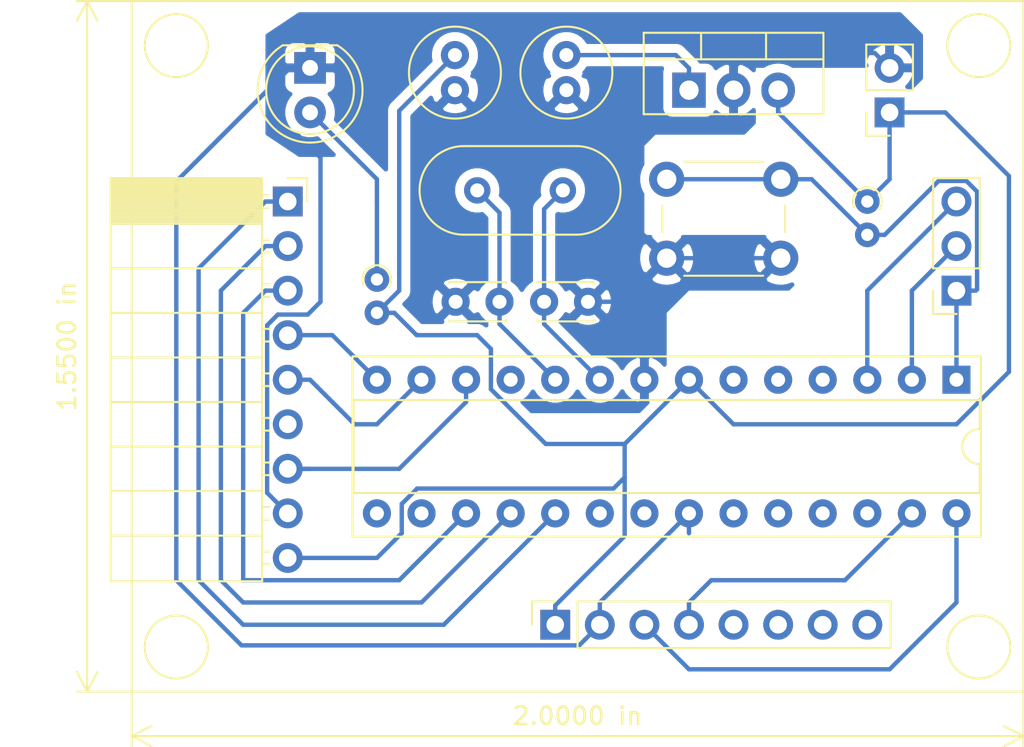
<source format=kicad_pcb>
(kicad_pcb (version 20171130) (host pcbnew "(5.1.5)-3")

  (general
    (thickness 1.6)
    (drawings 11)
    (tracks 132)
    (zones 0)
    (modules 15)
    (nets 35)
  )

  (page A4)
  (layers
    (0 F.Cu signal)
    (31 B.Cu signal)
    (32 B.Adhes user)
    (33 F.Adhes user)
    (34 B.Paste user)
    (35 F.Paste user)
    (36 B.SilkS user)
    (37 F.SilkS user)
    (38 B.Mask user)
    (39 F.Mask user)
    (40 Dwgs.User user)
    (41 Cmts.User user)
    (42 Eco1.User user)
    (43 Eco2.User user)
    (44 Edge.Cuts user)
    (45 Margin user)
    (46 B.CrtYd user)
    (47 F.CrtYd user)
    (48 B.Fab user)
    (49 F.Fab user)
  )

  (setup
    (last_trace_width 0.25)
    (trace_clearance 0.2)
    (zone_clearance 0.508)
    (zone_45_only yes)
    (trace_min 0.2)
    (via_size 0.8)
    (via_drill 0.4)
    (via_min_size 0.4)
    (via_min_drill 0.3)
    (uvia_size 0.3)
    (uvia_drill 0.1)
    (uvias_allowed no)
    (uvia_min_size 0.2)
    (uvia_min_drill 0.1)
    (edge_width 0.05)
    (segment_width 0.2)
    (pcb_text_width 0.3)
    (pcb_text_size 1.5 1.5)
    (mod_edge_width 0.12)
    (mod_text_size 1 1)
    (mod_text_width 0.15)
    (pad_size 1.524 1.524)
    (pad_drill 0.762)
    (pad_to_mask_clearance 0.051)
    (solder_mask_min_width 0.25)
    (aux_axis_origin 0 0)
    (visible_elements 7FFFFFFF)
    (pcbplotparams
      (layerselection 0x010fc_ffffffff)
      (usegerberextensions false)
      (usegerberattributes false)
      (usegerberadvancedattributes false)
      (creategerberjobfile false)
      (excludeedgelayer true)
      (linewidth 0.100000)
      (plotframeref false)
      (viasonmask false)
      (mode 1)
      (useauxorigin false)
      (hpglpennumber 1)
      (hpglpenspeed 20)
      (hpglpendiameter 15.000000)
      (psnegative false)
      (psa4output false)
      (plotreference true)
      (plotvalue true)
      (plotinvisibletext false)
      (padsonsilk false)
      (subtractmaskfromsilk false)
      (outputformat 1)
      (mirror false)
      (drillshape 1)
      (scaleselection 1)
      (outputdirectory ""))
  )

  (net 0 "")
  (net 1 "Net-(BT1-Pad1)")
  (net 2 "Net-(C1-Pad1)")
  (net 3 "Net-(C2-Pad1)")
  (net 4 "Net-(D1-Pad2)")
  (net 5 "Net-(J1-Pad5)")
  (net 6 "Net-(J1-Pad4)")
  (net 7 "Net-(J1-Pad3)")
  (net 8 "Net-(J1-Pad2)")
  (net 9 "Net-(J1-Pad1)")
  (net 10 "Net-(J2-Pad4)")
  (net 11 "Net-(J2-Pad3)")
  (net 12 "Net-(J3-Pad3)")
  (net 13 "Net-(J3-Pad2)")
  (net 14 "Net-(J3-Pad1)")
  (net 15 "Net-(J1-Pad7)")
  (net 16 GND)
  (net 17 VCC)
  (net 18 "Net-(J1-Pad6)")
  (net 19 "Net-(J2-Pad8)")
  (net 20 "Net-(J2-Pad7)")
  (net 21 "Net-(J2-Pad6)")
  (net 22 "Net-(J2-Pad5)")
  (net 23 "Net-(U1-Pad26)")
  (net 24 "Net-(U1-Pad25)")
  (net 25 "Net-(U1-Pad11)")
  (net 26 "Net-(U1-Pad24)")
  (net 27 "Net-(U1-Pad23)")
  (net 28 "Net-(U1-Pad21)")
  (net 29 "Net-(U1-Pad20)")
  (net 30 "Net-(U1-Pad6)")
  (net 31 "Net-(U1-Pad5)")
  (net 32 "Net-(U1-Pad4)")
  (net 33 "Net-(U1-Pad16)")
  (net 34 "Net-(U1-Pad15)")

  (net_class Default "This is the default net class."
    (clearance 0.2)
    (trace_width 0.25)
    (via_dia 0.8)
    (via_drill 0.4)
    (uvia_dia 0.3)
    (uvia_drill 0.1)
    (add_net GND)
    (add_net "Net-(BT1-Pad1)")
    (add_net "Net-(C1-Pad1)")
    (add_net "Net-(C2-Pad1)")
    (add_net "Net-(D1-Pad2)")
    (add_net "Net-(J1-Pad1)")
    (add_net "Net-(J1-Pad2)")
    (add_net "Net-(J1-Pad3)")
    (add_net "Net-(J1-Pad4)")
    (add_net "Net-(J1-Pad5)")
    (add_net "Net-(J1-Pad6)")
    (add_net "Net-(J1-Pad7)")
    (add_net "Net-(J2-Pad3)")
    (add_net "Net-(J2-Pad4)")
    (add_net "Net-(J2-Pad5)")
    (add_net "Net-(J2-Pad6)")
    (add_net "Net-(J2-Pad7)")
    (add_net "Net-(J2-Pad8)")
    (add_net "Net-(J3-Pad1)")
    (add_net "Net-(J3-Pad2)")
    (add_net "Net-(J3-Pad3)")
    (add_net "Net-(U1-Pad11)")
    (add_net "Net-(U1-Pad15)")
    (add_net "Net-(U1-Pad16)")
    (add_net "Net-(U1-Pad20)")
    (add_net "Net-(U1-Pad21)")
    (add_net "Net-(U1-Pad23)")
    (add_net "Net-(U1-Pad24)")
    (add_net "Net-(U1-Pad25)")
    (add_net "Net-(U1-Pad26)")
    (add_net "Net-(U1-Pad4)")
    (add_net "Net-(U1-Pad5)")
    (add_net "Net-(U1-Pad6)")
    (add_net VCC)
  )

  (module Capacitor_THT:C_Radial_D5.0mm_H11.0mm_P2.00mm (layer F.Cu) (tedit 5BC5C9B9) (tstamp 5EC46426)
    (at 126.365 105.41 90)
    (descr "C, Radial series, Radial, pin pitch=2.00mm, diameter=5mm, height=11mm, Non-Polar Electrolytic Capacitor")
    (tags "C Radial series Radial pin pitch 2.00mm diameter 5mm height 11mm Non-Polar Electrolytic Capacitor")
    (path /5EC41962)
    (fp_text reference " " (at 1 -3.75 90) (layer F.SilkS)
      (effects (font (size 1 1) (thickness 0.15)))
    )
    (fp_text value " " (at 1 3.75 90) (layer F.Fab)
      (effects (font (size 1 1) (thickness 0.15)))
    )
    (fp_text user %R (at 1 0 90) (layer F.Fab)
      (effects (font (size 1 1) (thickness 0.15)))
    )
    (fp_circle (center 1 0) (end 3.75 0) (layer F.CrtYd) (width 0.05))
    (fp_circle (center 1 0) (end 3.62 0) (layer F.SilkS) (width 0.12))
    (fp_circle (center 1 0) (end 3.5 0) (layer F.Fab) (width 0.1))
    (pad 2 thru_hole circle (at 2 0 90) (size 1.6 1.6) (drill 0.8) (layers *.Cu *.Mask)
      (net 1 "Net-(BT1-Pad1)"))
    (pad 1 thru_hole circle (at 0 0 90) (size 1.6 1.6) (drill 0.8) (layers *.Cu *.Mask)
      (net 16 GND))
    (model ${KISYS3DMOD}/Capacitor_THT.3dshapes/C_Radial_D5.0mm_H11.0mm_P2.00mm.wrl
      (at (xyz 0 0 0))
      (scale (xyz 1 1 1))
      (rotate (xyz 0 0 0))
    )
  )

  (module Capacitor_THT:C_Radial_D5.0mm_H11.0mm_P2.00mm (layer F.Cu) (tedit 5BC5C9B9) (tstamp 5EC4641C)
    (at 120.015 105.41 90)
    (descr "C, Radial series, Radial, pin pitch=2.00mm, diameter=5mm, height=11mm, Non-Polar Electrolytic Capacitor")
    (tags "C Radial series Radial pin pitch 2.00mm diameter 5mm height 11mm Non-Polar Electrolytic Capacitor")
    (path /5EC4275D)
    (fp_text reference " " (at 1 -3.75 90) (layer F.SilkS)
      (effects (font (size 1 1) (thickness 0.15)))
    )
    (fp_text value " " (at 1 3.75 90) (layer F.Fab)
      (effects (font (size 1 1) (thickness 0.15)))
    )
    (fp_text user %R (at 1 0 90) (layer F.Fab)
      (effects (font (size 1 1) (thickness 0.15)))
    )
    (fp_circle (center 1 0) (end 3.75 0) (layer F.CrtYd) (width 0.05))
    (fp_circle (center 1 0) (end 3.62 0) (layer F.SilkS) (width 0.12))
    (fp_circle (center 1 0) (end 3.5 0) (layer F.Fab) (width 0.1))
    (pad 2 thru_hole circle (at 2 0 90) (size 1.6 1.6) (drill 0.8) (layers *.Cu *.Mask)
      (net 17 VCC))
    (pad 1 thru_hole circle (at 0 0 90) (size 1.6 1.6) (drill 0.8) (layers *.Cu *.Mask)
      (net 16 GND))
    (model ${KISYS3DMOD}/Capacitor_THT.3dshapes/C_Radial_D5.0mm_H11.0mm_P2.00mm.wrl
      (at (xyz 0 0 0))
      (scale (xyz 1 1 1))
      (rotate (xyz 0 0 0))
    )
  )

  (module Package_DIP:DIP-28_W7.62mm_Socket (layer F.Cu) (tedit 5A02E8C5) (tstamp 5EA92712)
    (at 148.59 121.92 270)
    (descr "28-lead though-hole mounted DIP package, row spacing 7.62 mm (300 mils), Socket")
    (tags "THT DIP DIL PDIP 2.54mm 7.62mm 300mil Socket")
    (path /5E861B58)
    (fp_text reference " " (at 3.7592 16.3576 180) (layer F.SilkS) hide
      (effects (font (size 1 1) (thickness 0.15)))
    )
    (fp_text value " " (at 3.81 35.35 90) (layer F.Fab) hide
      (effects (font (size 1 1) (thickness 0.15)))
    )
    (fp_line (start 9.15 -1.6) (end -1.55 -1.6) (layer F.CrtYd) (width 0.05))
    (fp_line (start 9.15 34.65) (end 9.15 -1.6) (layer F.CrtYd) (width 0.05))
    (fp_line (start -1.55 34.65) (end 9.15 34.65) (layer F.CrtYd) (width 0.05))
    (fp_line (start -1.55 -1.6) (end -1.55 34.65) (layer F.CrtYd) (width 0.05))
    (fp_line (start 8.95 -1.39) (end -1.33 -1.39) (layer F.SilkS) (width 0.12))
    (fp_line (start 8.95 34.41) (end 8.95 -1.39) (layer F.SilkS) (width 0.12))
    (fp_line (start -1.33 34.41) (end 8.95 34.41) (layer F.SilkS) (width 0.12))
    (fp_line (start -1.33 -1.39) (end -1.33 34.41) (layer F.SilkS) (width 0.12))
    (fp_line (start 6.46 -1.33) (end 4.81 -1.33) (layer F.SilkS) (width 0.12))
    (fp_line (start 6.46 34.35) (end 6.46 -1.33) (layer F.SilkS) (width 0.12))
    (fp_line (start 1.16 34.35) (end 6.46 34.35) (layer F.SilkS) (width 0.12))
    (fp_line (start 1.16 -1.33) (end 1.16 34.35) (layer F.SilkS) (width 0.12))
    (fp_line (start 2.81 -1.33) (end 1.16 -1.33) (layer F.SilkS) (width 0.12))
    (fp_line (start 8.89 -1.33) (end -1.27 -1.33) (layer F.Fab) (width 0.1))
    (fp_line (start 8.89 34.35) (end 8.89 -1.33) (layer F.Fab) (width 0.1))
    (fp_line (start -1.27 34.35) (end 8.89 34.35) (layer F.Fab) (width 0.1))
    (fp_line (start -1.27 -1.33) (end -1.27 34.35) (layer F.Fab) (width 0.1))
    (fp_line (start 0.635 -0.27) (end 1.635 -1.27) (layer F.Fab) (width 0.1))
    (fp_line (start 0.635 34.29) (end 0.635 -0.27) (layer F.Fab) (width 0.1))
    (fp_line (start 6.985 34.29) (end 0.635 34.29) (layer F.Fab) (width 0.1))
    (fp_line (start 6.985 -1.27) (end 6.985 34.29) (layer F.Fab) (width 0.1))
    (fp_line (start 1.635 -1.27) (end 6.985 -1.27) (layer F.Fab) (width 0.1))
    (fp_arc (start 3.81 -1.33) (end 2.81 -1.33) (angle -180) (layer F.SilkS) (width 0.12))
    (fp_text user " " (at 3.81 16.51 90) (layer F.Fab) hide
      (effects (font (size 1 1) (thickness 0.15)))
    )
    (pad 28 thru_hole oval (at 7.62 0 270) (size 1.6 1.6) (drill 0.8) (layers *.Cu *.Mask)
      (net 11 "Net-(J2-Pad3)"))
    (pad 14 thru_hole oval (at 0 33.02 270) (size 1.6 1.6) (drill 0.8) (layers *.Cu *.Mask)
      (net 6 "Net-(J1-Pad4)"))
    (pad 27 thru_hole oval (at 7.62 2.54 270) (size 1.6 1.6) (drill 0.8) (layers *.Cu *.Mask)
      (net 10 "Net-(J2-Pad4)"))
    (pad 13 thru_hole oval (at 0 30.48 270) (size 1.6 1.6) (drill 0.8) (layers *.Cu *.Mask)
      (net 5 "Net-(J1-Pad5)"))
    (pad 26 thru_hole oval (at 7.62 5.08 270) (size 1.6 1.6) (drill 0.8) (layers *.Cu *.Mask)
      (net 23 "Net-(U1-Pad26)"))
    (pad 12 thru_hole oval (at 0 27.94 270) (size 1.6 1.6) (drill 0.8) (layers *.Cu *.Mask)
      (net 15 "Net-(J1-Pad7)"))
    (pad 25 thru_hole oval (at 7.62 7.62 270) (size 1.6 1.6) (drill 0.8) (layers *.Cu *.Mask)
      (net 24 "Net-(U1-Pad25)"))
    (pad 11 thru_hole oval (at 0 25.4 270) (size 1.6 1.6) (drill 0.8) (layers *.Cu *.Mask)
      (net 25 "Net-(U1-Pad11)"))
    (pad 24 thru_hole oval (at 7.62 10.16 270) (size 1.6 1.6) (drill 0.8) (layers *.Cu *.Mask)
      (net 26 "Net-(U1-Pad24)"))
    (pad 10 thru_hole oval (at 0 22.86 270) (size 1.6 1.6) (drill 0.8) (layers *.Cu *.Mask)
      (net 3 "Net-(C2-Pad1)"))
    (pad 23 thru_hole oval (at 7.62 12.7 270) (size 1.6 1.6) (drill 0.8) (layers *.Cu *.Mask)
      (net 27 "Net-(U1-Pad23)"))
    (pad 9 thru_hole oval (at 0 20.32 270) (size 1.6 1.6) (drill 0.8) (layers *.Cu *.Mask)
      (net 2 "Net-(C1-Pad1)"))
    (pad 22 thru_hole oval (at 7.62 15.24 270) (size 1.6 1.6) (drill 0.8) (layers *.Cu *.Mask)
      (net 16 GND))
    (pad 8 thru_hole oval (at 0 17.78 270) (size 1.6 1.6) (drill 0.8) (layers *.Cu *.Mask)
      (net 16 GND))
    (pad 21 thru_hole oval (at 7.62 17.78 270) (size 1.6 1.6) (drill 0.8) (layers *.Cu *.Mask)
      (net 28 "Net-(U1-Pad21)"))
    (pad 7 thru_hole oval (at 0 15.24 270) (size 1.6 1.6) (drill 0.8) (layers *.Cu *.Mask)
      (net 17 VCC))
    (pad 20 thru_hole oval (at 7.62 20.32 270) (size 1.6 1.6) (drill 0.8) (layers *.Cu *.Mask)
      (net 29 "Net-(U1-Pad20)"))
    (pad 6 thru_hole oval (at 0 12.7 270) (size 1.6 1.6) (drill 0.8) (layers *.Cu *.Mask)
      (net 30 "Net-(U1-Pad6)"))
    (pad 19 thru_hole oval (at 7.62 22.86 270) (size 1.6 1.6) (drill 0.8) (layers *.Cu *.Mask)
      (net 9 "Net-(J1-Pad1)"))
    (pad 5 thru_hole oval (at 0 10.16 270) (size 1.6 1.6) (drill 0.8) (layers *.Cu *.Mask)
      (net 31 "Net-(U1-Pad5)"))
    (pad 18 thru_hole oval (at 7.62 25.4 270) (size 1.6 1.6) (drill 0.8) (layers *.Cu *.Mask)
      (net 8 "Net-(J1-Pad2)"))
    (pad 4 thru_hole oval (at 0 7.62 270) (size 1.6 1.6) (drill 0.8) (layers *.Cu *.Mask)
      (net 32 "Net-(U1-Pad4)"))
    (pad 17 thru_hole oval (at 7.62 27.94 270) (size 1.6 1.6) (drill 0.8) (layers *.Cu *.Mask)
      (net 7 "Net-(J1-Pad3)"))
    (pad 3 thru_hole oval (at 0 5.08 270) (size 1.6 1.6) (drill 0.8) (layers *.Cu *.Mask)
      (net 12 "Net-(J3-Pad3)"))
    (pad 16 thru_hole oval (at 7.62 30.48 270) (size 1.6 1.6) (drill 0.8) (layers *.Cu *.Mask)
      (net 33 "Net-(U1-Pad16)"))
    (pad 2 thru_hole oval (at 0 2.54 270) (size 1.6 1.6) (drill 0.8) (layers *.Cu *.Mask)
      (net 13 "Net-(J3-Pad2)"))
    (pad 15 thru_hole oval (at 7.62 33.02 270) (size 1.6 1.6) (drill 0.8) (layers *.Cu *.Mask)
      (net 34 "Net-(U1-Pad15)"))
    (pad 1 thru_hole rect (at 0 0 270) (size 1.6 1.6) (drill 0.8) (layers *.Cu *.Mask)
      (net 14 "Net-(J3-Pad1)"))
    (model ${KISYS3DMOD}/Package_DIP.3dshapes/DIP-28_W7.62mm_Socket.wrl
      (at (xyz 0 0 0))
      (scale (xyz 1 1 1))
      (rotate (xyz 0 0 0))
    )
  )

  (module LED_THT:LED_D5.0mm_Clear (layer F.Cu) (tedit 5A6C9BC0) (tstamp 5EB07550)
    (at 111.76 104.14 270)
    (descr "LED, diameter 5.0mm, 2 pins, http://cdn-reichelt.de/documents/datenblatt/A500/LL-504BC2E-009.pdf")
    (tags "LED diameter 5.0mm 2 pins")
    (path /5E9712C7)
    (fp_text reference " " (at 1.27 -3.96 90) (layer F.SilkS)
      (effects (font (size 1 1) (thickness 0.15)))
    )
    (fp_text value " " (at 1.27 3.96 90) (layer F.Fab)
      (effects (font (size 1 1) (thickness 0.15)))
    )
    (fp_arc (start 1.27 0) (end -1.29 1.54483) (angle -148.9) (layer F.SilkS) (width 0.12))
    (fp_arc (start 1.27 0) (end -1.29 -1.54483) (angle 148.9) (layer F.SilkS) (width 0.12))
    (fp_arc (start 1.27 0) (end -1.23 -1.469694) (angle 299.1) (layer F.Fab) (width 0.1))
    (fp_circle (center 1.27 0) (end 3.77 0) (layer F.SilkS) (width 0.12))
    (fp_circle (center 1.27 0) (end 3.77 0) (layer F.Fab) (width 0.1))
    (fp_line (start 4.5 -3.25) (end -1.95 -3.25) (layer F.CrtYd) (width 0.05))
    (fp_line (start 4.5 3.25) (end 4.5 -3.25) (layer F.CrtYd) (width 0.05))
    (fp_line (start -1.95 3.25) (end 4.5 3.25) (layer F.CrtYd) (width 0.05))
    (fp_line (start -1.95 -3.25) (end -1.95 3.25) (layer F.CrtYd) (width 0.05))
    (fp_line (start -1.29 -1.545) (end -1.29 1.545) (layer F.SilkS) (width 0.12))
    (fp_line (start -1.23 -1.469694) (end -1.23 1.469694) (layer F.Fab) (width 0.1))
    (fp_text user %R (at 1.47 0 90) (layer F.Fab)
      (effects (font (size 0.8 0.8) (thickness 0.12)))
    )
    (fp_text user " " (at 1.25 0 180) (layer F.Fab)
      (effects (font (size 0.8 0.8) (thickness 0.2)))
    )
    (pad 2 thru_hole circle (at 2.54 0 270) (size 1.8 1.8) (drill 0.9) (layers *.Cu *.Mask)
      (net 4 "Net-(D1-Pad2)"))
    (pad 1 thru_hole rect (at 0 0 270) (size 1.8 1.8) (drill 0.9) (layers *.Cu *.Mask)
      (net 16 GND))
    (model ${KISYS3DMOD}/LED_THT.3dshapes/LED_D5.0mm_Clear.wrl
      (at (xyz 0 0 0))
      (scale (xyz 1 1 1))
      (rotate (xyz 0 0 0))
    )
  )

  (module Connector_PinSocket_2.54mm:PinSocket_1x09_P2.54mm_Horizontal (layer F.Cu) (tedit 5A19A434) (tstamp 5EA9266A)
    (at 110.49 111.76)
    (descr "Through hole angled socket strip, 1x09, 2.54mm pitch, 8.51mm socket length, single row (from Kicad 4.0.7), script generated")
    (tags "Through hole angled socket strip THT 1x09 2.54mm single row")
    (path /5EA08B8A)
    (fp_text reference J1 (at -2.794 0.05588 90) (layer F.SilkS) hide
      (effects (font (size 1 1) (thickness 0.15)))
    )
    (fp_text value " " (at 0 22.65) (layer F.Fab) hide
      (effects (font (size 1 1) (thickness 0.15)))
    )
    (fp_text user %R (at 0 10.16 90) (layer F.Fab) hide
      (effects (font (size 1 1) (thickness 0.15)))
    )
    (fp_line (start 1.75 22.15) (end 1.75 -1.75) (layer F.CrtYd) (width 0.05))
    (fp_line (start -10.55 22.15) (end 1.75 22.15) (layer F.CrtYd) (width 0.05))
    (fp_line (start -10.55 -1.75) (end -10.55 22.15) (layer F.CrtYd) (width 0.05))
    (fp_line (start 1.75 -1.75) (end -10.55 -1.75) (layer F.CrtYd) (width 0.05))
    (fp_line (start 0 -1.33) (end 1.11 -1.33) (layer F.SilkS) (width 0.12))
    (fp_line (start 1.11 -1.33) (end 1.11 0) (layer F.SilkS) (width 0.12))
    (fp_line (start -10.09 -1.33) (end -10.09 21.65) (layer F.SilkS) (width 0.12))
    (fp_line (start -10.09 21.65) (end -1.46 21.65) (layer F.SilkS) (width 0.12))
    (fp_line (start -1.46 -1.33) (end -1.46 21.65) (layer F.SilkS) (width 0.12))
    (fp_line (start -10.09 -1.33) (end -1.46 -1.33) (layer F.SilkS) (width 0.12))
    (fp_line (start -10.09 19.05) (end -1.46 19.05) (layer F.SilkS) (width 0.12))
    (fp_line (start -10.09 16.51) (end -1.46 16.51) (layer F.SilkS) (width 0.12))
    (fp_line (start -10.09 13.97) (end -1.46 13.97) (layer F.SilkS) (width 0.12))
    (fp_line (start -10.09 11.43) (end -1.46 11.43) (layer F.SilkS) (width 0.12))
    (fp_line (start -10.09 8.89) (end -1.46 8.89) (layer F.SilkS) (width 0.12))
    (fp_line (start -10.09 6.35) (end -1.46 6.35) (layer F.SilkS) (width 0.12))
    (fp_line (start -10.09 3.81) (end -1.46 3.81) (layer F.SilkS) (width 0.12))
    (fp_line (start -10.09 1.27) (end -1.46 1.27) (layer F.SilkS) (width 0.12))
    (fp_line (start -1.46 20.68) (end -1.05 20.68) (layer F.SilkS) (width 0.12))
    (fp_line (start -1.46 19.96) (end -1.05 19.96) (layer F.SilkS) (width 0.12))
    (fp_line (start -1.46 18.14) (end -1.05 18.14) (layer F.SilkS) (width 0.12))
    (fp_line (start -1.46 17.42) (end -1.05 17.42) (layer F.SilkS) (width 0.12))
    (fp_line (start -1.46 15.6) (end -1.05 15.6) (layer F.SilkS) (width 0.12))
    (fp_line (start -1.46 14.88) (end -1.05 14.88) (layer F.SilkS) (width 0.12))
    (fp_line (start -1.46 13.06) (end -1.05 13.06) (layer F.SilkS) (width 0.12))
    (fp_line (start -1.46 12.34) (end -1.05 12.34) (layer F.SilkS) (width 0.12))
    (fp_line (start -1.46 10.52) (end -1.05 10.52) (layer F.SilkS) (width 0.12))
    (fp_line (start -1.46 9.8) (end -1.05 9.8) (layer F.SilkS) (width 0.12))
    (fp_line (start -1.46 7.98) (end -1.05 7.98) (layer F.SilkS) (width 0.12))
    (fp_line (start -1.46 7.26) (end -1.05 7.26) (layer F.SilkS) (width 0.12))
    (fp_line (start -1.46 5.44) (end -1.05 5.44) (layer F.SilkS) (width 0.12))
    (fp_line (start -1.46 4.72) (end -1.05 4.72) (layer F.SilkS) (width 0.12))
    (fp_line (start -1.46 2.9) (end -1.05 2.9) (layer F.SilkS) (width 0.12))
    (fp_line (start -1.46 2.18) (end -1.05 2.18) (layer F.SilkS) (width 0.12))
    (fp_line (start -1.46 0.36) (end -1.11 0.36) (layer F.SilkS) (width 0.12))
    (fp_line (start -1.46 -0.36) (end -1.11 -0.36) (layer F.SilkS) (width 0.12))
    (fp_line (start -10.09 1.1519) (end -1.46 1.1519) (layer F.SilkS) (width 0.12))
    (fp_line (start -10.09 1.033805) (end -1.46 1.033805) (layer F.SilkS) (width 0.12))
    (fp_line (start -10.09 0.91571) (end -1.46 0.91571) (layer F.SilkS) (width 0.12))
    (fp_line (start -10.09 0.797615) (end -1.46 0.797615) (layer F.SilkS) (width 0.12))
    (fp_line (start -10.09 0.67952) (end -1.46 0.67952) (layer F.SilkS) (width 0.12))
    (fp_line (start -10.09 0.561425) (end -1.46 0.561425) (layer F.SilkS) (width 0.12))
    (fp_line (start -10.09 0.44333) (end -1.46 0.44333) (layer F.SilkS) (width 0.12))
    (fp_line (start -10.09 0.325235) (end -1.46 0.325235) (layer F.SilkS) (width 0.12))
    (fp_line (start -10.09 0.20714) (end -1.46 0.20714) (layer F.SilkS) (width 0.12))
    (fp_line (start -10.09 0.089045) (end -1.46 0.089045) (layer F.SilkS) (width 0.12))
    (fp_line (start -10.09 -0.02905) (end -1.46 -0.02905) (layer F.SilkS) (width 0.12))
    (fp_line (start -10.09 -0.147145) (end -1.46 -0.147145) (layer F.SilkS) (width 0.12))
    (fp_line (start -10.09 -0.26524) (end -1.46 -0.26524) (layer F.SilkS) (width 0.12))
    (fp_line (start -10.09 -0.383335) (end -1.46 -0.383335) (layer F.SilkS) (width 0.12))
    (fp_line (start -10.09 -0.50143) (end -1.46 -0.50143) (layer F.SilkS) (width 0.12))
    (fp_line (start -10.09 -0.619525) (end -1.46 -0.619525) (layer F.SilkS) (width 0.12))
    (fp_line (start -10.09 -0.73762) (end -1.46 -0.73762) (layer F.SilkS) (width 0.12))
    (fp_line (start -10.09 -0.855715) (end -1.46 -0.855715) (layer F.SilkS) (width 0.12))
    (fp_line (start -10.09 -0.97381) (end -1.46 -0.97381) (layer F.SilkS) (width 0.12))
    (fp_line (start -10.09 -1.091905) (end -1.46 -1.091905) (layer F.SilkS) (width 0.12))
    (fp_line (start -10.09 -1.21) (end -1.46 -1.21) (layer F.SilkS) (width 0.12))
    (fp_line (start 0 20.62) (end 0 20.02) (layer F.Fab) (width 0.1))
    (fp_line (start -1.52 20.62) (end 0 20.62) (layer F.Fab) (width 0.1))
    (fp_line (start 0 20.02) (end -1.52 20.02) (layer F.Fab) (width 0.1))
    (fp_line (start 0 18.08) (end 0 17.48) (layer F.Fab) (width 0.1))
    (fp_line (start -1.52 18.08) (end 0 18.08) (layer F.Fab) (width 0.1))
    (fp_line (start 0 17.48) (end -1.52 17.48) (layer F.Fab) (width 0.1))
    (fp_line (start 0 15.54) (end 0 14.94) (layer F.Fab) (width 0.1))
    (fp_line (start -1.52 15.54) (end 0 15.54) (layer F.Fab) (width 0.1))
    (fp_line (start 0 14.94) (end -1.52 14.94) (layer F.Fab) (width 0.1))
    (fp_line (start 0 13) (end 0 12.4) (layer F.Fab) (width 0.1))
    (fp_line (start -1.52 13) (end 0 13) (layer F.Fab) (width 0.1))
    (fp_line (start 0 12.4) (end -1.52 12.4) (layer F.Fab) (width 0.1))
    (fp_line (start 0 10.46) (end 0 9.86) (layer F.Fab) (width 0.1))
    (fp_line (start -1.52 10.46) (end 0 10.46) (layer F.Fab) (width 0.1))
    (fp_line (start 0 9.86) (end -1.52 9.86) (layer F.Fab) (width 0.1))
    (fp_line (start 0 7.92) (end 0 7.32) (layer F.Fab) (width 0.1))
    (fp_line (start -1.52 7.92) (end 0 7.92) (layer F.Fab) (width 0.1))
    (fp_line (start 0 7.32) (end -1.52 7.32) (layer F.Fab) (width 0.1))
    (fp_line (start 0 5.38) (end 0 4.78) (layer F.Fab) (width 0.1))
    (fp_line (start -1.52 5.38) (end 0 5.38) (layer F.Fab) (width 0.1))
    (fp_line (start 0 4.78) (end -1.52 4.78) (layer F.Fab) (width 0.1))
    (fp_line (start 0 2.84) (end 0 2.24) (layer F.Fab) (width 0.1))
    (fp_line (start -1.52 2.84) (end 0 2.84) (layer F.Fab) (width 0.1))
    (fp_line (start 0 2.24) (end -1.52 2.24) (layer F.Fab) (width 0.1))
    (fp_line (start 0 0.3) (end 0 -0.3) (layer F.Fab) (width 0.1))
    (fp_line (start -1.52 0.3) (end 0 0.3) (layer F.Fab) (width 0.1))
    (fp_line (start 0 -0.3) (end -1.52 -0.3) (layer F.Fab) (width 0.1))
    (fp_line (start -10.03 21.59) (end -10.03 -1.27) (layer F.Fab) (width 0.1))
    (fp_line (start -1.52 21.59) (end -10.03 21.59) (layer F.Fab) (width 0.1))
    (fp_line (start -1.52 -0.3) (end -1.52 21.59) (layer F.Fab) (width 0.1))
    (fp_line (start -2.49 -1.27) (end -1.52 -0.3) (layer F.Fab) (width 0.1))
    (fp_line (start -10.03 -1.27) (end -2.49 -1.27) (layer F.Fab) (width 0.1))
    (pad 9 thru_hole oval (at 0 20.32) (size 1.7 1.7) (drill 1) (layers *.Cu *.Mask)
      (net 17 VCC))
    (pad 8 thru_hole oval (at 0 17.78) (size 1.7 1.7) (drill 1) (layers *.Cu *.Mask)
      (net 16 GND))
    (pad 7 thru_hole oval (at 0 15.24) (size 1.7 1.7) (drill 1) (layers *.Cu *.Mask)
      (net 15 "Net-(J1-Pad7)"))
    (pad 6 thru_hole oval (at 0 12.7) (size 1.7 1.7) (drill 1) (layers *.Cu *.Mask)
      (net 18 "Net-(J1-Pad6)"))
    (pad 5 thru_hole oval (at 0 10.16) (size 1.7 1.7) (drill 1) (layers *.Cu *.Mask)
      (net 5 "Net-(J1-Pad5)"))
    (pad 4 thru_hole oval (at 0 7.62) (size 1.7 1.7) (drill 1) (layers *.Cu *.Mask)
      (net 6 "Net-(J1-Pad4)"))
    (pad 3 thru_hole oval (at 0 5.08) (size 1.7 1.7) (drill 1) (layers *.Cu *.Mask)
      (net 7 "Net-(J1-Pad3)"))
    (pad 2 thru_hole oval (at 0 2.54) (size 1.7 1.7) (drill 1) (layers *.Cu *.Mask)
      (net 8 "Net-(J1-Pad2)"))
    (pad 1 thru_hole rect (at 0 0) (size 1.7 1.7) (drill 1) (layers *.Cu *.Mask)
      (net 9 "Net-(J1-Pad1)"))
    (model ${KISYS3DMOD}/Connector_PinSocket_2.54mm.3dshapes/PinSocket_1x09_P2.54mm_Horizontal.wrl
      (at (xyz 0 0 0))
      (scale (xyz 1 1 1))
      (rotate (xyz 0 0 0))
    )
  )

  (module Package_TO_SOT_THT:TO-220-3_Vertical (layer F.Cu) (tedit 5AC8BA0D) (tstamp 5EC3EA7D)
    (at 133.35 105.41)
    (descr "TO-220-3, Vertical, RM 2.54mm, see https://www.vishay.com/docs/66542/to-220-1.pdf")
    (tags "TO-220-3 Vertical RM 2.54mm")
    (path /5EA8AD4F)
    (fp_text reference " " (at 2.4638 -2.5146) (layer F.SilkS) hide
      (effects (font (size 1 1) (thickness 0.15)))
    )
    (fp_text value " " (at 2.54 -4.191) (layer F.Fab) hide
      (effects (font (size 1 1) (thickness 0.15)))
    )
    (fp_line (start 7.79 -3.4) (end -2.71 -3.4) (layer F.CrtYd) (width 0.05))
    (fp_line (start 7.79 1.51) (end 7.79 -3.4) (layer F.CrtYd) (width 0.05))
    (fp_line (start -2.71 1.51) (end 7.79 1.51) (layer F.CrtYd) (width 0.05))
    (fp_line (start -2.71 -3.4) (end -2.71 1.51) (layer F.CrtYd) (width 0.05))
    (fp_line (start 4.391 -3.27) (end 4.391 -1.76) (layer F.SilkS) (width 0.12))
    (fp_line (start 0.69 -3.27) (end 0.69 -1.76) (layer F.SilkS) (width 0.12))
    (fp_line (start -2.58 -1.76) (end 7.66 -1.76) (layer F.SilkS) (width 0.12))
    (fp_line (start 7.66 -3.27) (end 7.66 1.371) (layer F.SilkS) (width 0.12))
    (fp_line (start -2.58 -3.27) (end -2.58 1.371) (layer F.SilkS) (width 0.12))
    (fp_line (start -2.58 1.371) (end 7.66 1.371) (layer F.SilkS) (width 0.12))
    (fp_line (start -2.58 -3.27) (end 7.66 -3.27) (layer F.SilkS) (width 0.12))
    (fp_line (start 4.39 -3.15) (end 4.39 -1.88) (layer F.Fab) (width 0.1))
    (fp_line (start 0.69 -3.15) (end 0.69 -1.88) (layer F.Fab) (width 0.1))
    (fp_line (start -2.46 -1.88) (end 7.54 -1.88) (layer F.Fab) (width 0.1))
    (fp_line (start 7.54 -3.15) (end -2.46 -3.15) (layer F.Fab) (width 0.1))
    (fp_line (start 7.54 1.25) (end 7.54 -3.15) (layer F.Fab) (width 0.1))
    (fp_line (start -2.46 1.25) (end 7.54 1.25) (layer F.Fab) (width 0.1))
    (fp_line (start -2.46 -3.15) (end -2.46 1.25) (layer F.Fab) (width 0.1))
    (pad 3 thru_hole oval (at 5.08 0) (size 1.905 2) (drill 1.1) (layers *.Cu *.Mask)
      (net 17 VCC))
    (pad 2 thru_hole oval (at 2.54 0) (size 1.905 2) (drill 1.1) (layers *.Cu *.Mask)
      (net 16 GND))
    (pad 1 thru_hole rect (at 0 0) (size 1.905 2) (drill 1.1) (layers *.Cu *.Mask)
      (net 1 "Net-(BT1-Pad1)"))
    (model ${KISYS3DMOD}/Package_TO_SOT_THT.3dshapes/TO-220-3_Vertical.wrl
      (at (xyz 0 0 0))
      (scale (xyz 1 1 1))
      (rotate (xyz 0 0 0))
    )
  )

  (module Connector_PinSocket_2.54mm:PinSocket_1x03_P2.54mm_Vertical (layer F.Cu) (tedit 5A19A429) (tstamp 5EA959A1)
    (at 148.59 116.84 180)
    (descr "Through hole straight socket strip, 1x03, 2.54mm pitch, single row (from Kicad 4.0.7), script generated")
    (tags "Through hole socket strip THT 1x03 2.54mm single row")
    (path /5E969032)
    (fp_text reference " " (at 0 -2.33) (layer F.SilkS) hide
      (effects (font (size 1 1) (thickness 0.15)))
    )
    (fp_text value " " (at 1.1938 6.6294) (layer F.Fab) hide
      (effects (font (size 1 1) (thickness 0.15)))
    )
    (fp_line (start -1.27 -1.27) (end 0.635 -1.27) (layer F.Fab) (width 0.1))
    (fp_line (start 0.635 -1.27) (end 1.27 -0.635) (layer F.Fab) (width 0.1))
    (fp_line (start 1.27 -0.635) (end 1.27 6.35) (layer F.Fab) (width 0.1))
    (fp_line (start 1.27 6.35) (end -1.27 6.35) (layer F.Fab) (width 0.1))
    (fp_line (start -1.27 6.35) (end -1.27 -1.27) (layer F.Fab) (width 0.1))
    (fp_line (start -1.33 1.27) (end 1.33 1.27) (layer F.SilkS) (width 0.12))
    (fp_line (start -1.33 1.27) (end -1.33 6.41) (layer F.SilkS) (width 0.12))
    (fp_line (start -1.33 6.41) (end 1.33 6.41) (layer F.SilkS) (width 0.12))
    (fp_line (start 1.33 1.27) (end 1.33 6.41) (layer F.SilkS) (width 0.12))
    (fp_line (start 1.33 -1.33) (end 1.33 0) (layer F.SilkS) (width 0.12))
    (fp_line (start 0 -1.33) (end 1.33 -1.33) (layer F.SilkS) (width 0.12))
    (fp_line (start -1.8 -1.8) (end 1.75 -1.8) (layer F.CrtYd) (width 0.05))
    (fp_line (start 1.75 -1.8) (end 1.75 6.85) (layer F.CrtYd) (width 0.05))
    (fp_line (start 1.75 6.85) (end -1.8 6.85) (layer F.CrtYd) (width 0.05))
    (fp_line (start -1.8 6.85) (end -1.8 -1.8) (layer F.CrtYd) (width 0.05))
    (fp_text user %R (at 0 2.54) (layer F.Fab) hide
      (effects (font (size 1 1) (thickness 0.15)))
    )
    (pad 1 thru_hole rect (at 0 0 180) (size 1.7 1.7) (drill 1) (layers *.Cu *.Mask)
      (net 14 "Net-(J3-Pad1)"))
    (pad 2 thru_hole oval (at 0 2.54 180) (size 1.7 1.7) (drill 1) (layers *.Cu *.Mask)
      (net 13 "Net-(J3-Pad2)"))
    (pad 3 thru_hole oval (at 0 5.08 180) (size 1.7 1.7) (drill 1) (layers *.Cu *.Mask)
      (net 12 "Net-(J3-Pad3)"))
    (model ${KISYS3DMOD}/Connector_PinSocket_2.54mm.3dshapes/PinSocket_1x03_P2.54mm_Vertical.wrl
      (at (xyz 0 0 0))
      (scale (xyz 1 1 1))
      (rotate (xyz 0 0 0))
    )
  )

  (module Connector_PinSocket_2.54mm:PinSocket_1x08_P2.54mm_Vertical (layer F.Cu) (tedit 5A19A420) (tstamp 5EA92686)
    (at 125.73 135.89 90)
    (descr "Through hole straight socket strip, 1x08, 2.54mm pitch, single row (from Kicad 4.0.7), script generated")
    (tags "Through hole socket strip THT 1x08 2.54mm single row")
    (path /5E95DDB9)
    (fp_text reference " " (at 0.1016 -2.8448 90) (layer F.SilkS) hide
      (effects (font (size 1 1) (thickness 0.15)))
    )
    (fp_text value " " (at 0 20.11 90) (layer F.Fab) hide
      (effects (font (size 1 1) (thickness 0.15)))
    )
    (fp_text user %R (at 0 8.89) (layer F.Fab) hide
      (effects (font (size 1 1) (thickness 0.15)))
    )
    (fp_line (start -1.8 19.55) (end -1.8 -1.8) (layer F.CrtYd) (width 0.05))
    (fp_line (start 1.75 19.55) (end -1.8 19.55) (layer F.CrtYd) (width 0.05))
    (fp_line (start 1.75 -1.8) (end 1.75 19.55) (layer F.CrtYd) (width 0.05))
    (fp_line (start -1.8 -1.8) (end 1.75 -1.8) (layer F.CrtYd) (width 0.05))
    (fp_line (start 0 -1.33) (end 1.33 -1.33) (layer F.SilkS) (width 0.12))
    (fp_line (start 1.33 -1.33) (end 1.33 0) (layer F.SilkS) (width 0.12))
    (fp_line (start 1.33 1.27) (end 1.33 19.11) (layer F.SilkS) (width 0.12))
    (fp_line (start -1.33 19.11) (end 1.33 19.11) (layer F.SilkS) (width 0.12))
    (fp_line (start -1.33 1.27) (end -1.33 19.11) (layer F.SilkS) (width 0.12))
    (fp_line (start -1.33 1.27) (end 1.33 1.27) (layer F.SilkS) (width 0.12))
    (fp_line (start -1.27 19.05) (end -1.27 -1.27) (layer F.Fab) (width 0.1))
    (fp_line (start 1.27 19.05) (end -1.27 19.05) (layer F.Fab) (width 0.1))
    (fp_line (start 1.27 -0.635) (end 1.27 19.05) (layer F.Fab) (width 0.1))
    (fp_line (start 0.635 -1.27) (end 1.27 -0.635) (layer F.Fab) (width 0.1))
    (fp_line (start -1.27 -1.27) (end 0.635 -1.27) (layer F.Fab) (width 0.1))
    (pad 8 thru_hole oval (at 0 17.78 90) (size 1.7 1.7) (drill 1) (layers *.Cu *.Mask)
      (net 19 "Net-(J2-Pad8)"))
    (pad 7 thru_hole oval (at 0 15.24 90) (size 1.7 1.7) (drill 1) (layers *.Cu *.Mask)
      (net 20 "Net-(J2-Pad7)"))
    (pad 6 thru_hole oval (at 0 12.7 90) (size 1.7 1.7) (drill 1) (layers *.Cu *.Mask)
      (net 21 "Net-(J2-Pad6)"))
    (pad 5 thru_hole oval (at 0 10.16 90) (size 1.7 1.7) (drill 1) (layers *.Cu *.Mask)
      (net 22 "Net-(J2-Pad5)"))
    (pad 4 thru_hole oval (at 0 7.62 90) (size 1.7 1.7) (drill 1) (layers *.Cu *.Mask)
      (net 10 "Net-(J2-Pad4)"))
    (pad 3 thru_hole oval (at 0 5.08 90) (size 1.7 1.7) (drill 1) (layers *.Cu *.Mask)
      (net 11 "Net-(J2-Pad3)"))
    (pad 2 thru_hole oval (at 0 2.54 90) (size 1.7 1.7) (drill 1) (layers *.Cu *.Mask)
      (net 16 GND))
    (pad 1 thru_hole rect (at 0 0 90) (size 1.7 1.7) (drill 1) (layers *.Cu *.Mask)
      (net 17 VCC))
    (model ${KISYS3DMOD}/Connector_PinSocket_2.54mm.3dshapes/PinSocket_1x08_P2.54mm_Vertical.wrl
      (at (xyz 0 0 0))
      (scale (xyz 1 1 1))
      (rotate (xyz 0 0 0))
    )
  )

  (module Resistor_THT:R_Axial_DIN0204_L3.6mm_D1.6mm_P1.90mm_Vertical (layer F.Cu) (tedit 5AE5139B) (tstamp 5EB3166D)
    (at 143.51 111.76 270)
    (descr "Resistor, Axial_DIN0204 series, Axial, Vertical, pin pitch=1.9mm, 0.167W, length*diameter=3.6*1.6mm^2, http://cdn-reichelt.de/documents/datenblatt/B400/1_4W%23YAG.pdf")
    (tags "Resistor Axial_DIN0204 series Axial Vertical pin pitch 1.9mm 0.167W length 3.6mm diameter 1.6mm")
    (path /5E875600)
    (fp_text reference " " (at 0.7366 -1.57988 90) (layer F.SilkS)
      (effects (font (size 1 1) (thickness 0.15)))
    )
    (fp_text value " " (at 0.95 1.92 90) (layer F.Fab)
      (effects (font (size 1 1) (thickness 0.15)))
    )
    (fp_arc (start 0 0) (end 0.417133 -0.7) (angle -233.92106) (layer F.SilkS) (width 0.12))
    (fp_circle (center 0 0) (end 0.8 0) (layer F.Fab) (width 0.1))
    (fp_line (start 0 0) (end 1.9 0) (layer F.Fab) (width 0.1))
    (fp_line (start -1.05 -1.05) (end -1.05 1.05) (layer F.CrtYd) (width 0.05))
    (fp_line (start -1.05 1.05) (end 2.86 1.05) (layer F.CrtYd) (width 0.05))
    (fp_line (start 2.86 1.05) (end 2.86 -1.05) (layer F.CrtYd) (width 0.05))
    (fp_line (start 2.86 -1.05) (end -1.05 -1.05) (layer F.CrtYd) (width 0.05))
    (pad 1 thru_hole circle (at 0 0 270) (size 1.4 1.4) (drill 0.7) (layers *.Cu *.Mask)
      (net 17 VCC))
    (pad 2 thru_hole oval (at 1.9 0 270) (size 1.4 1.4) (drill 0.7) (layers *.Cu *.Mask)
      (net 14 "Net-(J3-Pad1)"))
    (model ${KISYS3DMOD}/Resistor_THT.3dshapes/R_Axial_DIN0204_L3.6mm_D1.6mm_P1.90mm_Vertical.wrl
      (at (xyz 0 0 0))
      (scale (xyz 1 1 1))
      (rotate (xyz 0 0 0))
    )
  )

  (module Button_Switch_THT:SW_PUSH_6mm (layer F.Cu) (tedit 5A02FE31) (tstamp 5EA946CF)
    (at 132.08 110.49)
    (descr https://www.omron.com/ecb/products/pdf/en-b3f.pdf)
    (tags "tact sw push 6mm")
    (path /5E876E9C)
    (fp_text reference " " (at 3.16992 2.54) (layer F.SilkS) hide
      (effects (font (size 1 1) (thickness 0.15)))
    )
    (fp_text value " " (at 3.75 6.7) (layer F.Fab) hide
      (effects (font (size 1 1) (thickness 0.15)))
    )
    (fp_text user " " (at 3.25 2.25) (layer F.Fab) hide
      (effects (font (size 1 1) (thickness 0.15)))
    )
    (fp_line (start 3.25 -0.75) (end 6.25 -0.75) (layer F.Fab) (width 0.1))
    (fp_line (start 6.25 -0.75) (end 6.25 5.25) (layer F.Fab) (width 0.1))
    (fp_line (start 6.25 5.25) (end 0.25 5.25) (layer F.Fab) (width 0.1))
    (fp_line (start 0.25 5.25) (end 0.25 -0.75) (layer F.Fab) (width 0.1))
    (fp_line (start 0.25 -0.75) (end 3.25 -0.75) (layer F.Fab) (width 0.1))
    (fp_line (start 7.75 6) (end 8 6) (layer F.CrtYd) (width 0.05))
    (fp_line (start 8 6) (end 8 5.75) (layer F.CrtYd) (width 0.05))
    (fp_line (start 7.75 -1.5) (end 8 -1.5) (layer F.CrtYd) (width 0.05))
    (fp_line (start 8 -1.5) (end 8 -1.25) (layer F.CrtYd) (width 0.05))
    (fp_line (start -1.5 -1.25) (end -1.5 -1.5) (layer F.CrtYd) (width 0.05))
    (fp_line (start -1.5 -1.5) (end -1.25 -1.5) (layer F.CrtYd) (width 0.05))
    (fp_line (start -1.5 5.75) (end -1.5 6) (layer F.CrtYd) (width 0.05))
    (fp_line (start -1.5 6) (end -1.25 6) (layer F.CrtYd) (width 0.05))
    (fp_line (start -1.25 -1.5) (end 7.75 -1.5) (layer F.CrtYd) (width 0.05))
    (fp_line (start -1.5 5.75) (end -1.5 -1.25) (layer F.CrtYd) (width 0.05))
    (fp_line (start 7.75 6) (end -1.25 6) (layer F.CrtYd) (width 0.05))
    (fp_line (start 8 -1.25) (end 8 5.75) (layer F.CrtYd) (width 0.05))
    (fp_line (start 1 5.5) (end 5.5 5.5) (layer F.SilkS) (width 0.12))
    (fp_line (start -0.25 1.5) (end -0.25 3) (layer F.SilkS) (width 0.12))
    (fp_line (start 5.5 -1) (end 1 -1) (layer F.SilkS) (width 0.12))
    (fp_line (start 6.75 3) (end 6.75 1.5) (layer F.SilkS) (width 0.12))
    (fp_circle (center 3.25 2.25) (end 1.25 2.5) (layer F.Fab) (width 0.1))
    (pad 2 thru_hole circle (at 0 4.5 90) (size 2 2) (drill 1.1) (layers *.Cu *.Mask)
      (net 16 GND))
    (pad 1 thru_hole circle (at 0 0 90) (size 2 2) (drill 1.1) (layers *.Cu *.Mask)
      (net 14 "Net-(J3-Pad1)"))
    (pad 2 thru_hole circle (at 6.5 4.5 90) (size 2 2) (drill 1.1) (layers *.Cu *.Mask)
      (net 16 GND))
    (pad 1 thru_hole circle (at 6.5 0 90) (size 2 2) (drill 1.1) (layers *.Cu *.Mask)
      (net 14 "Net-(J3-Pad1)"))
    (model ${KISYS3DMOD}/Button_Switch_THT.3dshapes/SW_PUSH_6mm.wrl
      (at (xyz 0 0 0))
      (scale (xyz 1 1 1))
      (rotate (xyz 0 0 0))
    )
  )

  (module Capacitor_THT:C_Disc_D3.0mm_W2.0mm_P2.50mm (layer F.Cu) (tedit 5AE50EF0) (tstamp 5EC40CCF)
    (at 122.555 117.475 180)
    (descr "C, Disc series, Radial, pin pitch=2.50mm, , diameter*width=3*2mm^2, Capacitor")
    (tags "C Disc series Radial pin pitch 2.50mm  diameter 3mm width 2mm Capacitor")
    (path /5E8641F5)
    (fp_text reference " " (at 4.445 0 90) (layer F.SilkS) hide
      (effects (font (size 1 1) (thickness 0.15)))
    )
    (fp_text value " " (at 0.0362 -2.54) (layer F.Fab) hide
      (effects (font (size 1 1) (thickness 0.15)))
    )
    (fp_text user " " (at 1.25 1.905) (layer F.Fab) hide
      (effects (font (size 0.6 0.6) (thickness 0.09)))
    )
    (fp_line (start 3.55 -1.25) (end -1.05 -1.25) (layer F.CrtYd) (width 0.05))
    (fp_line (start 3.55 1.25) (end 3.55 -1.25) (layer F.CrtYd) (width 0.05))
    (fp_line (start -1.05 1.25) (end 3.55 1.25) (layer F.CrtYd) (width 0.05))
    (fp_line (start -1.05 -1.25) (end -1.05 1.25) (layer F.CrtYd) (width 0.05))
    (fp_line (start 2.87 1.055) (end 2.87 1.12) (layer F.SilkS) (width 0.12))
    (fp_line (start 2.87 -1.12) (end 2.87 -1.055) (layer F.SilkS) (width 0.12))
    (fp_line (start -0.37 1.055) (end -0.37 1.12) (layer F.SilkS) (width 0.12))
    (fp_line (start -0.37 -1.12) (end -0.37 -1.055) (layer F.SilkS) (width 0.12))
    (fp_line (start -0.37 1.12) (end 2.87 1.12) (layer F.SilkS) (width 0.12))
    (fp_line (start -0.37 -1.12) (end 2.87 -1.12) (layer F.SilkS) (width 0.12))
    (fp_line (start 2.75 -1) (end -0.25 -1) (layer F.Fab) (width 0.1))
    (fp_line (start 2.75 1) (end 2.75 -1) (layer F.Fab) (width 0.1))
    (fp_line (start -0.25 1) (end 2.75 1) (layer F.Fab) (width 0.1))
    (fp_line (start -0.25 -1) (end -0.25 1) (layer F.Fab) (width 0.1))
    (pad 2 thru_hole circle (at 2.5 0 180) (size 1.6 1.6) (drill 0.8) (layers *.Cu *.Mask)
      (net 16 GND))
    (pad 1 thru_hole circle (at 0 0 180) (size 1.6 1.6) (drill 0.8) (layers *.Cu *.Mask)
      (net 3 "Net-(C2-Pad1)"))
    (model ${KISYS3DMOD}/Capacitor_THT.3dshapes/C_Disc_D3.0mm_W2.0mm_P2.50mm.wrl
      (at (xyz 0 0 0))
      (scale (xyz 1 1 1))
      (rotate (xyz 0 0 0))
    )
  )

  (module Connector_PinSocket_2.54mm:PinSocket_1x02_P2.54mm_Vertical (layer F.Cu) (tedit 5A19A420) (tstamp 5EB05589)
    (at 144.78 106.68 180)
    (descr "Through hole straight socket strip, 1x02, 2.54mm pitch, single row (from Kicad 4.0.7), script generated")
    (tags "Through hole socket strip THT 1x02 2.54mm single row")
    (path /5EB074A5)
    (fp_text reference " " (at 0.0254 5.2578 180) (layer F.SilkS) hide
      (effects (font (size 1 1) (thickness 0.15)))
    )
    (fp_text value " " (at 0 4.87) (layer F.Fab) hide
      (effects (font (size 1 1) (thickness 0.15)))
    )
    (fp_text user %R (at 0 1.27 90) (layer F.Fab) hide
      (effects (font (size 1 1) (thickness 0.15)))
    )
    (fp_line (start -1.8 4.3) (end -1.8 -1.8) (layer F.CrtYd) (width 0.05))
    (fp_line (start 1.75 4.3) (end -1.8 4.3) (layer F.CrtYd) (width 0.05))
    (fp_line (start 1.75 -1.8) (end 1.75 4.3) (layer F.CrtYd) (width 0.05))
    (fp_line (start -1.8 -1.8) (end 1.75 -1.8) (layer F.CrtYd) (width 0.05))
    (fp_line (start 0 -1.33) (end 1.33 -1.33) (layer F.SilkS) (width 0.12))
    (fp_line (start 1.33 -1.33) (end 1.33 0) (layer F.SilkS) (width 0.12))
    (fp_line (start 1.33 1.27) (end 1.33 3.87) (layer F.SilkS) (width 0.12))
    (fp_line (start -1.33 3.87) (end 1.33 3.87) (layer F.SilkS) (width 0.12))
    (fp_line (start -1.33 1.27) (end -1.33 3.87) (layer F.SilkS) (width 0.12))
    (fp_line (start -1.33 1.27) (end 1.33 1.27) (layer F.SilkS) (width 0.12))
    (fp_line (start -1.27 3.81) (end -1.27 -1.27) (layer F.Fab) (width 0.1))
    (fp_line (start 1.27 3.81) (end -1.27 3.81) (layer F.Fab) (width 0.1))
    (fp_line (start 1.27 -0.635) (end 1.27 3.81) (layer F.Fab) (width 0.1))
    (fp_line (start 0.635 -1.27) (end 1.27 -0.635) (layer F.Fab) (width 0.1))
    (fp_line (start -1.27 -1.27) (end 0.635 -1.27) (layer F.Fab) (width 0.1))
    (fp_text user " " (at 0 1.27 90) (layer F.Fab) hide
      (effects (font (size 1 1) (thickness 0.15)))
    )
    (pad 2 thru_hole oval (at 0 2.54 180) (size 1.7 1.7) (drill 1) (layers *.Cu *.Mask)
      (net 16 GND))
    (pad 1 thru_hole rect (at 0 0 180) (size 1.7 1.7) (drill 1) (layers *.Cu *.Mask)
      (net 17 VCC))
    (model ${KISYS3DMOD}/Connector_PinSocket_2.54mm.3dshapes/PinSocket_1x02_P2.54mm_Vertical.wrl
      (at (xyz 0 0 0))
      (scale (xyz 1 1 1))
      (rotate (xyz 0 0 0))
    )
  )

  (module Resistor_THT:R_Axial_DIN0204_L3.6mm_D1.6mm_P1.90mm_Vertical (layer F.Cu) (tedit 5AE5139B) (tstamp 5EB31646)
    (at 115.57 116.205 270)
    (descr "Resistor, Axial_DIN0204 series, Axial, Vertical, pin pitch=1.9mm, 0.167W, length*diameter=3.6*1.6mm^2, http://cdn-reichelt.de/documents/datenblatt/B400/1_4W%23YAG.pdf")
    (tags "Resistor Axial_DIN0204 series Axial Vertical pin pitch 1.9mm 0.167W length 3.6mm diameter 1.6mm")
    (path /5E97A8B8)
    (fp_text reference " " (at -2.1082 0 90) (layer F.SilkS) hide
      (effects (font (size 1 1) (thickness 0.15)))
    )
    (fp_text value " " (at 0.71636 3.00736 90) (layer F.Fab) hide
      (effects (font (size 1 1) (thickness 0.15)))
    )
    (fp_arc (start 0 0) (end 0.417133 -0.7) (angle -233.92106) (layer F.SilkS) (width 0.12))
    (fp_circle (center 0 0) (end 0.8 0) (layer F.Fab) (width 0.1))
    (fp_line (start 0 0) (end 1.9 0) (layer F.Fab) (width 0.1))
    (fp_line (start -1.05 -1.05) (end -1.05 1.05) (layer F.CrtYd) (width 0.05))
    (fp_line (start -1.05 1.05) (end 2.86 1.05) (layer F.CrtYd) (width 0.05))
    (fp_line (start 2.86 1.05) (end 2.86 -1.05) (layer F.CrtYd) (width 0.05))
    (fp_line (start 2.86 -1.05) (end -1.05 -1.05) (layer F.CrtYd) (width 0.05))
    (fp_text user " " (at 0.95 -1.92 90) (layer F.Fab) hide
      (effects (font (size 1 1) (thickness 0.15)))
    )
    (pad 1 thru_hole circle (at 0 0 270) (size 1.4 1.4) (drill 0.7) (layers *.Cu *.Mask)
      (net 4 "Net-(D1-Pad2)"))
    (pad 2 thru_hole oval (at 1.9 0 270) (size 1.4 1.4) (drill 0.7) (layers *.Cu *.Mask)
      (net 17 VCC))
    (model ${KISYS3DMOD}/Resistor_THT.3dshapes/R_Axial_DIN0204_L3.6mm_D1.6mm_P1.90mm_Vertical.wrl
      (at (xyz 0 0 0))
      (scale (xyz 1 1 1))
      (rotate (xyz 0 0 0))
    )
  )

  (module Crystal:Crystal_HC49-4H_Vertical (layer F.Cu) (tedit 5A1AD3B7) (tstamp 5EC40C91)
    (at 121.285 111.125)
    (descr "Crystal THT HC-49-4H http://5hertz.com/pdfs/04404_D.pdf")
    (tags "THT crystalHC-49-4H")
    (path /5E865BCB)
    (fp_text reference " " (at 2.4384 0.1524) (layer F.SilkS) hide
      (effects (font (size 1 1) (thickness 0.15)))
    )
    (fp_text value " " (at 2.3114 -1.27) (layer F.Fab) hide
      (effects (font (size 0.5 0.5) (thickness 0.125)))
    )
    (fp_arc (start 5.64 0) (end 5.64 -2.525) (angle 180) (layer F.SilkS) (width 0.12))
    (fp_arc (start -0.76 0) (end -0.76 -2.525) (angle -180) (layer F.SilkS) (width 0.12))
    (fp_arc (start 5.44 0) (end 5.44 -2) (angle 180) (layer F.Fab) (width 0.1))
    (fp_arc (start -0.56 0) (end -0.56 -2) (angle -180) (layer F.Fab) (width 0.1))
    (fp_arc (start 5.64 0) (end 5.64 -2.325) (angle 180) (layer F.Fab) (width 0.1))
    (fp_arc (start -0.76 0) (end -0.76 -2.325) (angle -180) (layer F.Fab) (width 0.1))
    (fp_line (start 8.5 -2.8) (end -3.6 -2.8) (layer F.CrtYd) (width 0.05))
    (fp_line (start 8.5 2.8) (end 8.5 -2.8) (layer F.CrtYd) (width 0.05))
    (fp_line (start -3.6 2.8) (end 8.5 2.8) (layer F.CrtYd) (width 0.05))
    (fp_line (start -3.6 -2.8) (end -3.6 2.8) (layer F.CrtYd) (width 0.05))
    (fp_line (start -0.76 2.525) (end 5.64 2.525) (layer F.SilkS) (width 0.12))
    (fp_line (start -0.76 -2.525) (end 5.64 -2.525) (layer F.SilkS) (width 0.12))
    (fp_line (start -0.56 2) (end 5.44 2) (layer F.Fab) (width 0.1))
    (fp_line (start -0.56 -2) (end 5.44 -2) (layer F.Fab) (width 0.1))
    (fp_line (start -0.76 2.325) (end 5.64 2.325) (layer F.Fab) (width 0.1))
    (fp_line (start -0.76 -2.325) (end 5.64 -2.325) (layer F.Fab) (width 0.1))
    (pad 2 thru_hole circle (at 4.88 0) (size 1.5 1.5) (drill 0.8) (layers *.Cu *.Mask)
      (net 2 "Net-(C1-Pad1)"))
    (pad 1 thru_hole circle (at 0 0) (size 1.5 1.5) (drill 0.8) (layers *.Cu *.Mask)
      (net 3 "Net-(C2-Pad1)"))
    (model ${KISYS3DMOD}/Crystal.3dshapes/Crystal_HC49-4H_Vertical.wrl
      (at (xyz 0 0 0))
      (scale (xyz 1 1 1))
      (rotate (xyz 0 0 0))
    )
  )

  (module Capacitor_THT:C_Disc_D3.0mm_W2.0mm_P2.50mm (layer F.Cu) (tedit 5AE50EF0) (tstamp 5EC40D0A)
    (at 125.095 117.475)
    (descr "C, Disc series, Radial, pin pitch=2.50mm, , diameter*width=3*2mm^2, Capacitor")
    (tags "C Disc series Radial pin pitch 2.50mm  diameter 3mm width 2mm Capacitor")
    (path /5E863886)
    (fp_text reference " " (at 4.5466 0.0508 90) (layer F.SilkS) hide
      (effects (font (size 1 1) (thickness 0.15)))
    )
    (fp_text value " " (at 1.25 2.25) (layer F.Fab) hide
      (effects (font (size 1 1) (thickness 0.15)))
    )
    (fp_line (start 3.55 -1.25) (end -1.05 -1.25) (layer F.CrtYd) (width 0.05))
    (fp_line (start 3.55 1.25) (end 3.55 -1.25) (layer F.CrtYd) (width 0.05))
    (fp_line (start -1.05 1.25) (end 3.55 1.25) (layer F.CrtYd) (width 0.05))
    (fp_line (start -1.05 -1.25) (end -1.05 1.25) (layer F.CrtYd) (width 0.05))
    (fp_line (start 2.87 1.055) (end 2.87 1.12) (layer F.SilkS) (width 0.12))
    (fp_line (start 2.87 -1.12) (end 2.87 -1.055) (layer F.SilkS) (width 0.12))
    (fp_line (start -0.37 1.055) (end -0.37 1.12) (layer F.SilkS) (width 0.12))
    (fp_line (start -0.37 -1.12) (end -0.37 -1.055) (layer F.SilkS) (width 0.12))
    (fp_line (start -0.37 1.12) (end 2.87 1.12) (layer F.SilkS) (width 0.12))
    (fp_line (start -0.37 -1.12) (end 2.87 -1.12) (layer F.SilkS) (width 0.12))
    (fp_line (start 2.75 -1) (end -0.25 -1) (layer F.Fab) (width 0.1))
    (fp_line (start 2.75 1) (end 2.75 -1) (layer F.Fab) (width 0.1))
    (fp_line (start -0.25 1) (end 2.75 1) (layer F.Fab) (width 0.1))
    (fp_line (start -0.25 -1) (end -0.25 1) (layer F.Fab) (width 0.1))
    (pad 2 thru_hole circle (at 2.5 0) (size 1.6 1.6) (drill 0.8) (layers *.Cu *.Mask)
      (net 16 GND))
    (pad 1 thru_hole circle (at 0 0) (size 1.6 1.6) (drill 0.8) (layers *.Cu *.Mask)
      (net 2 "Net-(C1-Pad1)"))
    (model ${KISYS3DMOD}/Capacitor_THT.3dshapes/C_Disc_D3.0mm_W2.0mm_P2.50mm.wrl
      (at (xyz 0 0 0))
      (scale (xyz 1 1 1))
      (rotate (xyz 0 0 0))
    )
  )

  (dimension 39.37 (width 0.12) (layer F.SilkS)
    (gr_text "39,370 mm" (at 97.79 120.015 90) (layer F.SilkS)
      (effects (font (size 1 1) (thickness 0.15)))
    )
    (feature1 (pts (xy 101.6 100.33) (xy 98.473579 100.33)))
    (feature2 (pts (xy 101.6 139.7) (xy 98.473579 139.7)))
    (crossbar (pts (xy 99.06 139.7) (xy 99.06 100.33)))
    (arrow1a (pts (xy 99.06 100.33) (xy 99.646421 101.456504)))
    (arrow1b (pts (xy 99.06 100.33) (xy 98.473579 101.456504)))
    (arrow2a (pts (xy 99.06 139.7) (xy 99.646421 138.573496)))
    (arrow2b (pts (xy 99.06 139.7) (xy 98.473579 138.573496)))
  )
  (dimension 50.8 (width 0.12) (layer F.SilkS)
    (gr_text "50,800 mm" (at 127 143.51) (layer F.SilkS)
      (effects (font (size 1 1) (thickness 0.15)))
    )
    (feature1 (pts (xy 152.4 139.7) (xy 152.4 142.826421)))
    (feature2 (pts (xy 101.6 139.7) (xy 101.6 142.826421)))
    (crossbar (pts (xy 101.6 142.24) (xy 152.4 142.24)))
    (arrow1a (pts (xy 152.4 142.24) (xy 151.273496 142.826421)))
    (arrow1b (pts (xy 152.4 142.24) (xy 151.273496 141.653579)))
    (arrow2a (pts (xy 101.6 142.24) (xy 102.726504 142.826421)))
    (arrow2b (pts (xy 101.6 142.24) (xy 102.726504 141.653579)))
  )
  (gr_line (start 151.13 100.33) (end 152.4 100.33) (layer F.SilkS) (width 0.12) (tstamp 5EC3E804))
  (gr_line (start 152.4 100.33) (end 152.4 139.7) (layer F.SilkS) (width 0.12) (tstamp 5EC3E803))
  (gr_line (start 101.6 139.7) (end 152.4 139.7) (layer F.SilkS) (width 0.12))
  (gr_circle (center 149.86 137.16) (end 151.13 138.43) (layer F.SilkS) (width 0.12) (tstamp 5EC3E7FF))
  (gr_circle (center 104.14 137.16) (end 105.41 138.43) (layer F.SilkS) (width 0.12) (tstamp 5EC3E7FF))
  (gr_circle (center 149.86 102.87) (end 151.13 104.14) (layer F.SilkS) (width 0.12) (tstamp 5EC3E7FF))
  (gr_circle (center 104.14 102.87) (end 105.41 104.14) (layer F.SilkS) (width 0.12))
  (gr_line (start 101.6 100.33) (end 151.13 100.33) (layer F.SilkS) (width 0.12))
  (gr_line (start 101.6 139.7) (end 101.6 100.33) (layer F.SilkS) (width 0.12))

  (segment (start 133.35 104.16) (end 133.35 105.41) (width 0.25) (layer B.Cu) (net 1))
  (segment (start 132.6 103.41) (end 133.35 104.16) (width 0.25) (layer B.Cu) (net 1))
  (segment (start 126.365 103.41) (end 132.6 103.41) (width 0.25) (layer B.Cu) (net 1))
  (segment (start 125.095 112.195) (end 125.095 117.475) (width 0.25) (layer B.Cu) (net 2))
  (segment (start 126.165 111.125) (end 125.095 112.195) (width 0.25) (layer B.Cu) (net 2))
  (segment (start 125.095 118.745) (end 128.27 121.92) (width 0.25) (layer B.Cu) (net 2))
  (segment (start 125.095 117.475) (end 125.095 118.745) (width 0.25) (layer B.Cu) (net 2))
  (segment (start 122.555 118.745) (end 122.555 117.475) (width 0.25) (layer B.Cu) (net 3))
  (segment (start 125.73 121.92) (end 122.555 118.745) (width 0.25) (layer B.Cu) (net 3))
  (segment (start 122.555 112.395) (end 121.285 111.125) (width 0.25) (layer B.Cu) (net 3))
  (segment (start 122.555 117.475) (end 122.555 112.395) (width 0.25) (layer B.Cu) (net 3))
  (segment (start 115.57 110.49) (end 115.57 111.76) (width 0.25) (layer B.Cu) (net 4))
  (segment (start 111.76 106.68) (end 115.57 110.49) (width 0.25) (layer B.Cu) (net 4))
  (segment (start 115.57 111.76) (end 115.57 116.205) (width 0.25) (layer B.Cu) (net 4))
  (segment (start 110.49 121.92) (end 111.76 121.92) (width 0.25) (layer B.Cu) (net 5))
  (segment (start 111.76 121.92) (end 114.3 124.46) (width 0.25) (layer B.Cu) (net 5))
  (segment (start 115.57 124.46) (end 118.11 121.92) (width 0.25) (layer B.Cu) (net 5))
  (segment (start 114.3 124.46) (end 115.57 124.46) (width 0.25) (layer B.Cu) (net 5))
  (segment (start 113.03 119.38) (end 115.57 121.92) (width 0.25) (layer B.Cu) (net 6))
  (segment (start 110.49 119.38) (end 113.03 119.38) (width 0.25) (layer B.Cu) (net 6))
  (segment (start 109.22 116.84) (end 107.95 118.11) (width 0.25) (layer B.Cu) (net 7))
  (segment (start 110.49 116.84) (end 109.22 116.84) (width 0.25) (layer B.Cu) (net 7))
  (segment (start 107.95 118.11) (end 107.95 133.35) (width 0.25) (layer B.Cu) (net 7))
  (segment (start 116.84 133.35) (end 120.65 129.54) (width 0.25) (layer B.Cu) (net 7))
  (segment (start 107.95 133.35) (end 116.84 133.35) (width 0.25) (layer B.Cu) (net 7))
  (segment (start 109.22 114.3) (end 106.68 116.84) (width 0.25) (layer B.Cu) (net 8))
  (segment (start 110.49 114.3) (end 109.22 114.3) (width 0.25) (layer B.Cu) (net 8))
  (segment (start 106.68 133.35) (end 107.95 134.62) (width 0.25) (layer B.Cu) (net 8))
  (segment (start 106.68 116.84) (end 106.68 133.35) (width 0.25) (layer B.Cu) (net 8))
  (segment (start 118.11 134.62) (end 123.19 129.54) (width 0.25) (layer B.Cu) (net 8))
  (segment (start 107.95 134.62) (end 118.11 134.62) (width 0.25) (layer B.Cu) (net 8))
  (segment (start 109.22 111.76) (end 105.41 115.57) (width 0.25) (layer B.Cu) (net 9))
  (segment (start 110.49 111.76) (end 109.22 111.76) (width 0.25) (layer B.Cu) (net 9))
  (segment (start 107.95 135.89) (end 119.38 135.89) (width 0.25) (layer B.Cu) (net 9))
  (segment (start 105.41 115.57) (end 105.41 133.35) (width 0.25) (layer B.Cu) (net 9))
  (segment (start 119.38 135.89) (end 125.73 129.54) (width 0.25) (layer B.Cu) (net 9))
  (segment (start 105.41 133.35) (end 107.95 135.89) (width 0.25) (layer B.Cu) (net 9))
  (segment (start 133.35 135.89) (end 133.35 134.62) (width 0.25) (layer B.Cu) (net 10))
  (segment (start 133.35 134.62) (end 134.62 133.35) (width 0.25) (layer B.Cu) (net 10))
  (segment (start 142.24 133.35) (end 146.05 129.54) (width 0.25) (layer B.Cu) (net 10))
  (segment (start 134.62 133.35) (end 142.24 133.35) (width 0.25) (layer B.Cu) (net 10))
  (segment (start 144.78 138.43) (end 148.59 134.62) (width 0.25) (layer B.Cu) (net 11))
  (segment (start 130.81 135.89) (end 133.35 138.43) (width 0.25) (layer B.Cu) (net 11))
  (segment (start 148.59 134.62) (end 148.59 129.54) (width 0.25) (layer B.Cu) (net 11))
  (segment (start 133.35 138.43) (end 144.78 138.43) (width 0.25) (layer B.Cu) (net 11))
  (segment (start 143.51 116.84) (end 143.51 121.92) (width 0.25) (layer B.Cu) (net 12))
  (segment (start 148.59 111.76) (end 143.51 116.84) (width 0.25) (layer B.Cu) (net 12))
  (segment (start 146.05 116.84) (end 148.59 114.3) (width 0.25) (layer B.Cu) (net 13))
  (segment (start 146.05 121.92) (end 146.05 116.84) (width 0.25) (layer B.Cu) (net 13))
  (segment (start 132.08 110.49) (end 138.58 110.49) (width 0.25) (layer B.Cu) (net 14))
  (segment (start 140.34 110.49) (end 143.51 113.66) (width 0.25) (layer B.Cu) (net 14))
  (segment (start 138.58 110.49) (end 140.34 110.49) (width 0.25) (layer B.Cu) (net 14))
  (segment (start 148.59 116.84) (end 148.59 121.92) (width 0.25) (layer B.Cu) (net 14))
  (segment (start 149.69 116.84) (end 148.59 116.84) (width 0.25) (layer B.Cu) (net 14))
  (segment (start 149.765001 116.764999) (end 149.69 116.84) (width 0.25) (layer B.Cu) (net 14))
  (segment (start 149.765001 111.195999) (end 149.765001 116.764999) (width 0.25) (layer B.Cu) (net 14))
  (segment (start 149.154001 110.584999) (end 149.765001 111.195999) (width 0.25) (layer B.Cu) (net 14))
  (segment (start 147.57495 110.584999) (end 149.154001 110.584999) (width 0.25) (layer B.Cu) (net 14))
  (segment (start 144.499949 113.66) (end 147.57495 110.584999) (width 0.25) (layer B.Cu) (net 14))
  (segment (start 143.51 113.66) (end 144.499949 113.66) (width 0.25) (layer B.Cu) (net 14))
  (segment (start 110.49 127) (end 111.76 127) (width 0.25) (layer B.Cu) (net 15))
  (segment (start 110.49 127) (end 116.84 127) (width 0.25) (layer B.Cu) (net 15))
  (segment (start 116.84 127) (end 120.65 123.19) (width 0.25) (layer B.Cu) (net 15))
  (segment (start 120.65 123.19) (end 120.65 121.92) (width 0.25) (layer B.Cu) (net 15))
  (segment (start 128.27 134.62) (end 133.35 129.54) (width 0.25) (layer B.Cu) (net 16))
  (segment (start 128.27 135.89) (end 128.27 134.62) (width 0.25) (layer B.Cu) (net 16))
  (segment (start 111.76 104.14) (end 112.91 104.14) (width 0.25) (layer B.Cu) (net 16))
  (segment (start 132.08 114.99) (end 130.81 116.26) (width 0.25) (layer B.Cu) (net 16))
  (segment (start 130.81 116.26) (end 130.81 121.92) (width 0.25) (layer B.Cu) (net 16))
  (segment (start 132.08 114.99) (end 138.58 114.99) (width 0.25) (layer B.Cu) (net 16))
  (segment (start 109.22 105.53) (end 110.61 104.14) (width 0.25) (layer B.Cu) (net 16))
  (segment (start 135.89 104.16) (end 136.759999 103.290001) (width 0.25) (layer B.Cu) (net 16))
  (segment (start 135.89 105.41) (end 135.89 104.16) (width 0.25) (layer B.Cu) (net 16))
  (segment (start 110.61 104.14) (end 111.76 104.14) (width 0.25) (layer B.Cu) (net 16))
  (segment (start 104.95999 109.79001) (end 110.61 104.14) (width 0.25) (layer B.Cu) (net 16))
  (segment (start 133.35 129.54) (end 133.35 130.67137) (width 0.25) (layer B.Cu) (net 16))
  (segment (start 127.420001 136.739999) (end 128.27 135.89) (width 0.25) (layer B.Cu) (net 16))
  (segment (start 104.14 110.61) (end 104.14 133.35) (width 0.25) (layer B.Cu) (net 16))
  (segment (start 104.14 133.35) (end 107.855001 137.065001) (width 0.25) (layer B.Cu) (net 16))
  (segment (start 107.855001 137.065001) (end 127.094999 137.065001) (width 0.25) (layer B.Cu) (net 16))
  (segment (start 110.61 104.14) (end 104.14 110.61) (width 0.25) (layer B.Cu) (net 16))
  (segment (start 127.094999 137.065001) (end 127.420001 136.739999) (width 0.25) (layer B.Cu) (net 16))
  (segment (start 129.595 117.475) (end 132.08 114.99) (width 0.25) (layer B.Cu) (net 16))
  (segment (start 127.595 117.475) (end 129.595 117.475) (width 0.25) (layer B.Cu) (net 16))
  (segment (start 131.080001 113.990001) (end 132.08 114.99) (width 0.25) (layer B.Cu) (net 16))
  (segment (start 130.754999 113.664999) (end 131.080001 113.990001) (width 0.25) (layer B.Cu) (net 16))
  (segment (start 135.89 105.41) (end 135.89 106.66) (width 0.25) (layer B.Cu) (net 16))
  (segment (start 132.08 114.99) (end 130.175 113.085) (width 0.25) (layer B.Cu) (net 16))
  (segment (start 143.930001 103.290001) (end 144.78 104.14) (width 0.25) (layer B.Cu) (net 16))
  (segment (start 136.759999 103.290001) (end 143.930001 103.290001) (width 0.25) (layer B.Cu) (net 16))
  (segment (start 109.314999 128.364999) (end 110.49 129.54) (width 0.25) (layer B.Cu) (net 16))
  (segment (start 112.355009 109.259991) (end 112.355009 117.480008) (width 0.25) (layer B.Cu) (net 16))
  (segment (start 111.045018 107.95) (end 112.355009 109.259991) (width 0.25) (layer B.Cu) (net 16))
  (segment (start 112.355009 117.480008) (end 111.630018 118.204999) (width 0.25) (layer B.Cu) (net 16))
  (segment (start 109.314999 118.815999) (end 109.314999 128.364999) (width 0.25) (layer B.Cu) (net 16))
  (segment (start 111.630018 118.204999) (end 109.925999 118.204999) (width 0.25) (layer B.Cu) (net 16))
  (segment (start 109.925999 118.204999) (end 109.314999 118.815999) (width 0.25) (layer B.Cu) (net 16))
  (segment (start 132.550001 122.719999) (end 133.35 121.92) (width 0.25) (layer B.Cu) (net 17))
  (segment (start 129.684999 125.585001) (end 132.550001 122.719999) (width 0.25) (layer B.Cu) (net 17))
  (segment (start 125.73 134.79) (end 129.684999 130.835001) (width 0.25) (layer B.Cu) (net 17))
  (segment (start 125.73 135.89) (end 125.73 134.79) (width 0.25) (layer B.Cu) (net 17))
  (segment (start 110.49 132.08) (end 115.57 132.08) (width 0.25) (layer B.Cu) (net 17))
  (segment (start 116.984999 128.999999) (end 117.859997 128.125001) (width 0.25) (layer B.Cu) (net 17))
  (segment (start 115.57 132.08) (end 116.984999 130.665001) (width 0.25) (layer B.Cu) (net 17))
  (segment (start 116.984999 130.665001) (end 116.984999 128.999999) (width 0.25) (layer B.Cu) (net 17))
  (segment (start 129.684999 130.835001) (end 129.684999 128.125001) (width 0.25) (layer B.Cu) (net 17))
  (segment (start 138.43 106.68) (end 143.51 111.76) (width 0.25) (layer B.Cu) (net 17))
  (segment (start 138.43 105.41) (end 138.43 106.68) (width 0.25) (layer B.Cu) (net 17))
  (segment (start 138.43 106.66) (end 138.43 105.41) (width 0.25) (layer B.Cu) (net 17))
  (segment (start 144.78 110.49) (end 143.51 111.76) (width 0.25) (layer B.Cu) (net 17))
  (segment (start 144.78 106.68) (end 144.78 110.49) (width 0.25) (layer B.Cu) (net 17))
  (segment (start 145.88 106.68) (end 144.78 106.68) (width 0.25) (layer B.Cu) (net 17))
  (segment (start 147.95641 106.68) (end 145.88 106.68) (width 0.25) (layer B.Cu) (net 17))
  (segment (start 133.35 121.92) (end 135.89 124.46) (width 0.25) (layer B.Cu) (net 17))
  (segment (start 148.59 124.46) (end 151.580009 121.469991) (width 0.25) (layer B.Cu) (net 17))
  (segment (start 135.89 124.46) (end 148.59 124.46) (width 0.25) (layer B.Cu) (net 17))
  (segment (start 151.580009 121.469991) (end 151.580009 110.303599) (width 0.25) (layer B.Cu) (net 17))
  (segment (start 151.580009 110.303599) (end 147.95641 106.68) (width 0.25) (layer B.Cu) (net 17))
  (segment (start 122.064999 122.460001) (end 122.064999 120.159999) (width 0.25) (layer B.Cu) (net 17))
  (segment (start 122.064999 120.159999) (end 121.285 119.38) (width 0.25) (layer B.Cu) (net 17))
  (segment (start 125.189999 125.585001) (end 122.064999 122.460001) (width 0.25) (layer B.Cu) (net 17))
  (segment (start 129.684999 125.585001) (end 125.189999 125.585001) (width 0.25) (layer B.Cu) (net 17))
  (segment (start 116.559949 118.105) (end 117.834949 119.38) (width 0.25) (layer B.Cu) (net 17))
  (segment (start 115.57 118.105) (end 116.559949 118.105) (width 0.25) (layer B.Cu) (net 17))
  (segment (start 117.834949 119.38) (end 121.285 119.38) (width 0.25) (layer B.Cu) (net 17))
  (segment (start 120.015 103.41) (end 116.84 106.585) (width 0.25) (layer B.Cu) (net 17))
  (segment (start 116.84 116.835) (end 115.57 118.105) (width 0.25) (layer B.Cu) (net 17))
  (segment (start 116.84 106.585) (end 116.84 116.835) (width 0.25) (layer B.Cu) (net 17))
  (segment (start 129.684999 127.490001) (end 129.684999 125.585001) (width 0.25) (layer B.Cu) (net 17))
  (segment (start 129.049999 128.125001) (end 129.684999 127.490001) (width 0.25) (layer B.Cu) (net 17))
  (segment (start 129.684999 128.125001) (end 129.684999 127.490001) (width 0.25) (layer B.Cu) (net 17))
  (segment (start 117.859997 128.125001) (end 129.049999 128.125001) (width 0.25) (layer B.Cu) (net 17))

  (zone (net 16) (net_name GND) (layer B.Cu) (tstamp 5EC41311) (hatch full 0.508)
    (connect_pads (clearance 0.508))
    (min_thickness 0.254)
    (fill yes (arc_segments 32) (thermal_gap 0.508) (thermal_bridge_width 0.508))
    (polygon
      (pts
        (xy 133.35 116.84) (xy 132.08 118.11) (xy 132.08 123.825) (xy 113.665 123.825) (xy 113.665 109.22)
        (xy 111.125 109.22) (xy 109.22 107.95) (xy 109.22 102.235) (xy 111.125 100.965) (xy 145.415 100.965)
        (xy 146.685 102.235) (xy 146.685 104.775) (xy 146.05 105.41) (xy 143.51 105.41) (xy 143.51 104.14)
        (xy 137.16 104.14) (xy 137.16 107.315) (xy 136.525 107.95) (xy 131.445 107.95) (xy 130.81 108.585)
        (xy 130.81 113.665) (xy 139.7 113.665) (xy 139.7 116.205) (xy 139.065 116.84)
      )
    )
    (filled_polygon
      (pts
        (xy 146.558 102.287606) (xy 146.558 104.722394) (xy 145.997394 105.283) (xy 145.953694 105.283) (xy 145.87418 105.240498)
        (xy 145.793534 105.216034) (xy 145.877588 105.140269) (xy 146.051641 104.90692) (xy 146.176825 104.644099) (xy 146.221476 104.49689)
        (xy 146.100155 104.267) (xy 144.907 104.267) (xy 144.907 104.287) (xy 144.653 104.287) (xy 144.653 104.267)
        (xy 144.633 104.267) (xy 144.633 104.013) (xy 144.653 104.013) (xy 144.653 102.819186) (xy 144.907 102.819186)
        (xy 144.907 104.013) (xy 146.100155 104.013) (xy 146.221476 103.78311) (xy 146.176825 103.635901) (xy 146.051641 103.37308)
        (xy 145.877588 103.139731) (xy 145.661355 102.944822) (xy 145.411252 102.795843) (xy 145.136891 102.698519) (xy 144.907 102.819186)
        (xy 144.653 102.819186) (xy 144.423109 102.698519) (xy 144.148748 102.795843) (xy 143.898645 102.944822) (xy 143.682412 103.139731)
        (xy 143.508359 103.37308) (xy 143.383175 103.635901) (xy 143.338524 103.78311) (xy 143.459844 104.012998) (xy 143.295 104.012998)
        (xy 143.295 104.013) (xy 139.272914 104.013) (xy 139.040448 103.888745) (xy 138.741203 103.79797) (xy 138.43 103.767319)
        (xy 138.118796 103.79797) (xy 137.819551 103.888745) (xy 137.587085 104.013) (xy 137.16 104.013) (xy 137.135224 104.01544)
        (xy 137.111399 104.022667) (xy 137.089443 104.034403) (xy 137.070197 104.050197) (xy 137.054403 104.069443) (xy 137.042667 104.091399)
        (xy 137.03544 104.115224) (xy 137.033 104.14) (xy 137.033 104.268687) (xy 136.999437 104.228685) (xy 136.756923 104.034031)
        (xy 136.481094 103.890429) (xy 136.26298 103.819437) (xy 136.017 103.939406) (xy 136.017 105.283) (xy 136.037 105.283)
        (xy 136.037 105.537) (xy 136.017 105.537) (xy 136.017 106.880594) (xy 136.26298 107.000563) (xy 136.481094 106.929571)
        (xy 136.756923 106.785969) (xy 136.999437 106.591315) (xy 137.033 106.551313) (xy 137.033 107.262394) (xy 136.472394 107.823)
        (xy 131.445 107.823) (xy 131.420224 107.82544) (xy 131.396399 107.832667) (xy 131.374443 107.844403) (xy 131.355197 107.860197)
        (xy 130.720197 108.495197) (xy 130.704403 108.514443) (xy 130.692667 108.536399) (xy 130.68544 108.560224) (xy 130.683 108.585)
        (xy 130.683 109.637836) (xy 130.631082 109.715537) (xy 130.507832 110.013088) (xy 130.445 110.328967) (xy 130.445 110.651033)
        (xy 130.507832 110.966912) (xy 130.631082 111.264463) (xy 130.683 111.342164) (xy 130.683 113.665) (xy 130.68544 113.689776)
        (xy 130.692667 113.713601) (xy 130.704403 113.735557) (xy 130.720197 113.754803) (xy 130.739443 113.770597) (xy 130.761399 113.782333)
        (xy 130.785224 113.78956) (xy 130.81 113.792) (xy 131.146861 113.792) (xy 131.124192 113.854587) (xy 132.08 114.810395)
        (xy 133.035808 113.854587) (xy 133.013139 113.792) (xy 137.646861 113.792) (xy 137.624192 113.854587) (xy 138.58 114.810395)
        (xy 138.594143 114.796253) (xy 138.773748 114.975858) (xy 138.759605 114.99) (xy 138.773748 115.004143) (xy 138.594143 115.183748)
        (xy 138.58 115.169605) (xy 137.624192 116.125413) (xy 137.719956 116.389814) (xy 138.009571 116.530704) (xy 138.321108 116.612384)
        (xy 138.642595 116.631718) (xy 138.961675 116.587961) (xy 139.230201 116.495193) (xy 139.012394 116.713) (xy 133.35 116.713)
        (xy 133.325224 116.71544) (xy 133.301399 116.722667) (xy 133.279443 116.734403) (xy 133.260197 116.750197) (xy 131.990197 118.020197)
        (xy 131.974403 118.039443) (xy 131.962667 118.061399) (xy 131.95544 118.085224) (xy 131.953 118.11) (xy 131.953 121.05452)
        (xy 131.773414 120.856481) (xy 131.54742 120.688963) (xy 131.293087 120.568754) (xy 131.159039 120.528096) (xy 130.937 120.650085)
        (xy 130.937 121.793) (xy 130.957 121.793) (xy 130.957 122.047) (xy 130.937 122.047) (xy 130.937 123.189915)
        (xy 130.981071 123.214128) (xy 130.497199 123.698) (xy 124.3778 123.698) (xy 123.870778 123.190978) (xy 124.104759 123.034637)
        (xy 124.304637 122.834759) (xy 124.46 122.602241) (xy 124.615363 122.834759) (xy 124.815241 123.034637) (xy 125.050273 123.19168)
        (xy 125.311426 123.299853) (xy 125.588665 123.355) (xy 125.871335 123.355) (xy 126.148574 123.299853) (xy 126.409727 123.19168)
        (xy 126.644759 123.034637) (xy 126.844637 122.834759) (xy 127 122.602241) (xy 127.155363 122.834759) (xy 127.355241 123.034637)
        (xy 127.590273 123.19168) (xy 127.851426 123.299853) (xy 128.128665 123.355) (xy 128.411335 123.355) (xy 128.688574 123.299853)
        (xy 128.949727 123.19168) (xy 129.184759 123.034637) (xy 129.384637 122.834759) (xy 129.54168 122.599727) (xy 129.546067 122.589135)
        (xy 129.657615 122.775131) (xy 129.846586 122.983519) (xy 130.07258 123.151037) (xy 130.326913 123.271246) (xy 130.460961 123.311904)
        (xy 130.683 123.189915) (xy 130.683 122.047) (xy 130.663 122.047) (xy 130.663 121.793) (xy 130.683 121.793)
        (xy 130.683 120.650085) (xy 130.460961 120.528096) (xy 130.326913 120.568754) (xy 130.07258 120.688963) (xy 129.846586 120.856481)
        (xy 129.657615 121.064869) (xy 129.546067 121.250865) (xy 129.54168 121.240273) (xy 129.384637 121.005241) (xy 129.184759 120.805363)
        (xy 128.949727 120.64832) (xy 128.688574 120.540147) (xy 128.411335 120.485) (xy 128.128665 120.485) (xy 127.946114 120.521312)
        (xy 126.012099 118.587297) (xy 126.131694 118.467702) (xy 126.781903 118.467702) (xy 126.853486 118.711671) (xy 127.108996 118.832571)
        (xy 127.383184 118.9013) (xy 127.665512 118.915217) (xy 127.94513 118.873787) (xy 128.211292 118.778603) (xy 128.336514 118.711671)
        (xy 128.408097 118.467702) (xy 127.595 117.654605) (xy 126.781903 118.467702) (xy 126.131694 118.467702) (xy 126.209637 118.389759)
        (xy 126.343692 118.189131) (xy 126.358329 118.216514) (xy 126.602298 118.288097) (xy 127.415395 117.475) (xy 127.774605 117.475)
        (xy 128.587702 118.288097) (xy 128.831671 118.216514) (xy 128.952571 117.961004) (xy 129.0213 117.686816) (xy 129.035217 117.404488)
        (xy 128.993787 117.12487) (xy 128.898603 116.858708) (xy 128.831671 116.733486) (xy 128.587702 116.661903) (xy 127.774605 117.475)
        (xy 127.415395 117.475) (xy 126.602298 116.661903) (xy 126.358329 116.733486) (xy 126.344676 116.762341) (xy 126.209637 116.560241)
        (xy 126.131694 116.482298) (xy 126.781903 116.482298) (xy 127.595 117.295395) (xy 128.408097 116.482298) (xy 128.336514 116.238329)
        (xy 128.097878 116.125413) (xy 131.124192 116.125413) (xy 131.219956 116.389814) (xy 131.509571 116.530704) (xy 131.821108 116.612384)
        (xy 132.142595 116.631718) (xy 132.461675 116.587961) (xy 132.766088 116.482795) (xy 132.940044 116.389814) (xy 133.035808 116.125413)
        (xy 132.08 115.169605) (xy 131.124192 116.125413) (xy 128.097878 116.125413) (xy 128.081004 116.117429) (xy 127.806816 116.0487)
        (xy 127.524488 116.034783) (xy 127.24487 116.076213) (xy 126.978708 116.171397) (xy 126.853486 116.238329) (xy 126.781903 116.482298)
        (xy 126.131694 116.482298) (xy 126.009759 116.360363) (xy 125.855 116.256957) (xy 125.855 115.052595) (xy 130.438282 115.052595)
        (xy 130.482039 115.371675) (xy 130.587205 115.676088) (xy 130.680186 115.850044) (xy 130.944587 115.945808) (xy 131.900395 114.99)
        (xy 132.259605 114.99) (xy 133.215413 115.945808) (xy 133.479814 115.850044) (xy 133.620704 115.560429) (xy 133.702384 115.248892)
        (xy 133.714189 115.052595) (xy 136.938282 115.052595) (xy 136.982039 115.371675) (xy 137.087205 115.676088) (xy 137.180186 115.850044)
        (xy 137.444587 115.945808) (xy 138.400395 114.99) (xy 137.444587 114.034192) (xy 137.180186 114.129956) (xy 137.039296 114.419571)
        (xy 136.957616 114.731108) (xy 136.938282 115.052595) (xy 133.714189 115.052595) (xy 133.721718 114.927405) (xy 133.677961 114.608325)
        (xy 133.572795 114.303912) (xy 133.479814 114.129956) (xy 133.215413 114.034192) (xy 132.259605 114.99) (xy 131.900395 114.99)
        (xy 130.944587 114.034192) (xy 130.680186 114.129956) (xy 130.539296 114.419571) (xy 130.457616 114.731108) (xy 130.438282 115.052595)
        (xy 125.855 115.052595) (xy 125.855 112.509801) (xy 125.883635 112.481167) (xy 126.028589 112.51) (xy 126.301411 112.51)
        (xy 126.568989 112.456775) (xy 126.821043 112.352371) (xy 127.047886 112.200799) (xy 127.240799 112.007886) (xy 127.392371 111.781043)
        (xy 127.496775 111.528989) (xy 127.55 111.261411) (xy 127.55 110.988589) (xy 127.496775 110.721011) (xy 127.392371 110.468957)
        (xy 127.240799 110.242114) (xy 127.047886 110.049201) (xy 126.821043 109.897629) (xy 126.568989 109.793225) (xy 126.301411 109.74)
        (xy 126.028589 109.74) (xy 125.761011 109.793225) (xy 125.508957 109.897629) (xy 125.282114 110.049201) (xy 125.089201 110.242114)
        (xy 124.937629 110.468957) (xy 124.833225 110.721011) (xy 124.78 110.988589) (xy 124.78 111.261411) (xy 124.808833 111.406365)
        (xy 124.584002 111.631196) (xy 124.554999 111.654999) (xy 124.526723 111.689454) (xy 124.460026 111.770724) (xy 124.41498 111.854999)
        (xy 124.389454 111.902754) (xy 124.345997 112.046015) (xy 124.335 112.157668) (xy 124.335 112.157678) (xy 124.331324 112.195)
        (xy 124.335 112.232323) (xy 124.335001 116.256956) (xy 124.180241 116.360363) (xy 123.980363 116.560241) (xy 123.825 116.792759)
        (xy 123.669637 116.560241) (xy 123.469759 116.360363) (xy 123.315 116.256957) (xy 123.315 112.432322) (xy 123.318676 112.394999)
        (xy 123.315 112.357676) (xy 123.315 112.357667) (xy 123.304003 112.246014) (xy 123.260546 112.102753) (xy 123.189974 111.970724)
        (xy 123.095001 111.854999) (xy 123.066003 111.831201) (xy 122.641167 111.406365) (xy 122.67 111.261411) (xy 122.67 110.988589)
        (xy 122.616775 110.721011) (xy 122.512371 110.468957) (xy 122.360799 110.242114) (xy 122.167886 110.049201) (xy 121.941043 109.897629)
        (xy 121.688989 109.793225) (xy 121.421411 109.74) (xy 121.148589 109.74) (xy 120.881011 109.793225) (xy 120.628957 109.897629)
        (xy 120.402114 110.049201) (xy 120.209201 110.242114) (xy 120.057629 110.468957) (xy 119.953225 110.721011) (xy 119.9 110.988589)
        (xy 119.9 111.261411) (xy 119.953225 111.528989) (xy 120.057629 111.781043) (xy 120.209201 112.007886) (xy 120.402114 112.200799)
        (xy 120.628957 112.352371) (xy 120.881011 112.456775) (xy 121.148589 112.51) (xy 121.421411 112.51) (xy 121.566365 112.481167)
        (xy 121.795001 112.709803) (xy 121.795 116.256956) (xy 121.640241 116.360363) (xy 121.440363 116.560241) (xy 121.306308 116.760869)
        (xy 121.291671 116.733486) (xy 121.047702 116.661903) (xy 120.234605 117.475) (xy 121.047702 118.288097) (xy 121.291671 118.216514)
        (xy 121.305324 118.187659) (xy 121.440363 118.389759) (xy 121.640241 118.589637) (xy 121.795 118.693043) (xy 121.795 118.707677)
        (xy 121.791324 118.745) (xy 121.795 118.782322) (xy 121.795 118.782332) (xy 121.798541 118.818284) (xy 121.709276 118.745026)
        (xy 121.577247 118.674454) (xy 121.433986 118.630997) (xy 121.322333 118.62) (xy 121.322322 118.62) (xy 121.285 118.616324)
        (xy 121.247678 118.62) (xy 120.823411 118.62) (xy 120.868097 118.467702) (xy 120.055 117.654605) (xy 119.241903 118.467702)
        (xy 119.286589 118.62) (xy 118.149751 118.62) (xy 117.139776 117.610026) (xy 117.20429 117.545512) (xy 118.614783 117.545512)
        (xy 118.656213 117.82513) (xy 118.751397 118.091292) (xy 118.818329 118.216514) (xy 119.062298 118.288097) (xy 119.875395 117.475)
        (xy 119.062298 116.661903) (xy 118.818329 116.733486) (xy 118.697429 116.988996) (xy 118.6287 117.263184) (xy 118.614783 117.545512)
        (xy 117.20429 117.545512) (xy 117.351003 117.398799) (xy 117.380001 117.375001) (xy 117.474974 117.259276) (xy 117.545546 117.127247)
        (xy 117.589003 116.983986) (xy 117.6 116.872333) (xy 117.6 116.872324) (xy 117.603676 116.835001) (xy 117.6 116.797678)
        (xy 117.6 116.482298) (xy 119.241903 116.482298) (xy 120.055 117.295395) (xy 120.868097 116.482298) (xy 120.796514 116.238329)
        (xy 120.541004 116.117429) (xy 120.266816 116.0487) (xy 119.984488 116.034783) (xy 119.70487 116.076213) (xy 119.438708 116.171397)
        (xy 119.313486 116.238329) (xy 119.241903 116.482298) (xy 117.6 116.482298) (xy 117.6 106.899801) (xy 118.097099 106.402702)
        (xy 119.201903 106.402702) (xy 119.273486 106.646671) (xy 119.528996 106.767571) (xy 119.803184 106.8363) (xy 120.085512 106.850217)
        (xy 120.36513 106.808787) (xy 120.631292 106.713603) (xy 120.756514 106.646671) (xy 120.828097 106.402702) (xy 125.551903 106.402702)
        (xy 125.623486 106.646671) (xy 125.878996 106.767571) (xy 126.153184 106.8363) (xy 126.435512 106.850217) (xy 126.71513 106.808787)
        (xy 126.981292 106.713603) (xy 127.106514 106.646671) (xy 127.178097 106.402702) (xy 126.365 105.589605) (xy 125.551903 106.402702)
        (xy 120.828097 106.402702) (xy 120.015 105.589605) (xy 119.201903 106.402702) (xy 118.097099 106.402702) (xy 118.648734 105.851068)
        (xy 118.711397 106.026292) (xy 118.778329 106.151514) (xy 119.022298 106.223097) (xy 119.835395 105.41) (xy 119.821253 105.395858)
        (xy 120.000858 105.216253) (xy 120.015 105.230395) (xy 120.029143 105.216253) (xy 120.208748 105.395858) (xy 120.194605 105.41)
        (xy 121.007702 106.223097) (xy 121.251671 106.151514) (xy 121.372571 105.896004) (xy 121.4413 105.621816) (xy 121.448265 105.480512)
        (xy 124.924783 105.480512) (xy 124.966213 105.76013) (xy 125.061397 106.026292) (xy 125.128329 106.151514) (xy 125.372298 106.223097)
        (xy 126.185395 105.41) (xy 126.171253 105.395858) (xy 126.350858 105.216253) (xy 126.365 105.230395) (xy 126.379143 105.216253)
        (xy 126.558748 105.395858) (xy 126.544605 105.41) (xy 127.357702 106.223097) (xy 127.601671 106.151514) (xy 127.722571 105.896004)
        (xy 127.7913 105.621816) (xy 127.805217 105.339488) (xy 127.763787 105.05987) (xy 127.668603 104.793708) (xy 127.601671 104.668486)
        (xy 127.357704 104.596903) (xy 127.473977 104.48063) (xy 127.398872 104.405525) (xy 127.479637 104.324759) (xy 127.583043 104.17)
        (xy 131.80673 104.17) (xy 131.771688 104.285518) (xy 131.759428 104.41) (xy 131.759428 106.41) (xy 131.771688 106.534482)
        (xy 131.807998 106.65418) (xy 131.866963 106.764494) (xy 131.946315 106.861185) (xy 132.043006 106.940537) (xy 132.15332 106.999502)
        (xy 132.273018 107.035812) (xy 132.3975 107.048072) (xy 134.3025 107.048072) (xy 134.426982 107.035812) (xy 134.54668 106.999502)
        (xy 134.656994 106.940537) (xy 134.753685 106.861185) (xy 134.833037 106.764494) (xy 134.882059 106.672781) (xy 135.023077 106.785969)
        (xy 135.298906 106.929571) (xy 135.51702 107.000563) (xy 135.763 106.880594) (xy 135.763 105.537) (xy 135.743 105.537)
        (xy 135.743 105.283) (xy 135.763 105.283) (xy 135.763 103.939406) (xy 135.51702 103.819437) (xy 135.298906 103.890429)
        (xy 135.023077 104.034031) (xy 134.882059 104.147219) (xy 134.833037 104.055506) (xy 134.753685 103.958815) (xy 134.656994 103.879463)
        (xy 134.54668 103.820498) (xy 134.426982 103.784188) (xy 134.3025 103.771928) (xy 134.004326 103.771928) (xy 133.984974 103.735724)
        (xy 133.890001 103.619999) (xy 133.861004 103.596202) (xy 133.163803 102.899002) (xy 133.140001 102.869999) (xy 133.024276 102.775026)
        (xy 132.892247 102.704454) (xy 132.748986 102.660997) (xy 132.637333 102.65) (xy 132.637322 102.65) (xy 132.6 102.646324)
        (xy 132.562678 102.65) (xy 127.583043 102.65) (xy 127.479637 102.495241) (xy 127.279759 102.295363) (xy 127.044727 102.13832)
        (xy 126.783574 102.030147) (xy 126.506335 101.975) (xy 126.223665 101.975) (xy 125.946426 102.030147) (xy 125.685273 102.13832)
        (xy 125.450241 102.295363) (xy 125.250363 102.495241) (xy 125.09332 102.730273) (xy 124.985147 102.991426) (xy 124.93 103.268665)
        (xy 124.93 103.551335) (xy 124.985147 103.828574) (xy 125.09332 104.089727) (xy 125.250363 104.324759) (xy 125.331129 104.405525)
        (xy 125.256023 104.48063) (xy 125.372296 104.596903) (xy 125.128329 104.668486) (xy 125.007429 104.923996) (xy 124.9387 105.198184)
        (xy 124.924783 105.480512) (xy 121.448265 105.480512) (xy 121.455217 105.339488) (xy 121.413787 105.05987) (xy 121.318603 104.793708)
        (xy 121.251671 104.668486) (xy 121.007704 104.596903) (xy 121.123977 104.48063) (xy 121.048872 104.405525) (xy 121.129637 104.324759)
        (xy 121.28668 104.089727) (xy 121.394853 103.828574) (xy 121.45 103.551335) (xy 121.45 103.268665) (xy 121.394853 102.991426)
        (xy 121.28668 102.730273) (xy 121.129637 102.495241) (xy 120.929759 102.295363) (xy 120.694727 102.13832) (xy 120.433574 102.030147)
        (xy 120.156335 101.975) (xy 119.873665 101.975) (xy 119.596426 102.030147) (xy 119.335273 102.13832) (xy 119.100241 102.295363)
        (xy 118.900363 102.495241) (xy 118.74332 102.730273) (xy 118.635147 102.991426) (xy 118.58 103.268665) (xy 118.58 103.551335)
        (xy 118.616312 103.733886) (xy 116.329003 106.021196) (xy 116.299999 106.044999) (xy 116.270909 106.080446) (xy 116.205026 106.160724)
        (xy 116.171687 106.223097) (xy 116.134454 106.292754) (xy 116.090997 106.436015) (xy 116.08 106.547668) (xy 116.08 106.547678)
        (xy 116.076324 106.585) (xy 116.08 106.622322) (xy 116.08 109.925198) (xy 113.243731 107.08893) (xy 113.295 106.831184)
        (xy 113.295 106.528816) (xy 113.236011 106.232257) (xy 113.120299 105.952905) (xy 112.952312 105.701495) (xy 112.885873 105.635056)
        (xy 112.90418 105.629502) (xy 113.014494 105.570537) (xy 113.111185 105.491185) (xy 113.190537 105.394494) (xy 113.249502 105.28418)
        (xy 113.285812 105.164482) (xy 113.298072 105.04) (xy 113.295 104.42575) (xy 113.13625 104.267) (xy 111.887 104.267)
        (xy 111.887 104.287) (xy 111.633 104.287) (xy 111.633 104.267) (xy 110.38375 104.267) (xy 110.225 104.42575)
        (xy 110.221928 105.04) (xy 110.234188 105.164482) (xy 110.270498 105.28418) (xy 110.329463 105.394494) (xy 110.408815 105.491185)
        (xy 110.505506 105.570537) (xy 110.61582 105.629502) (xy 110.634127 105.635056) (xy 110.567688 105.701495) (xy 110.399701 105.952905)
        (xy 110.283989 106.232257) (xy 110.225 106.528816) (xy 110.225 106.831184) (xy 110.283989 107.127743) (xy 110.399701 107.407095)
        (xy 110.567688 107.658505) (xy 110.781495 107.872312) (xy 111.032905 108.040299) (xy 111.312257 108.156011) (xy 111.608816 108.215)
        (xy 111.911184 108.215) (xy 112.16893 108.163731) (xy 113.098199 109.093) (xy 111.163452 109.093) (xy 109.347 107.882032)
        (xy 109.347 103.24) (xy 110.221928 103.24) (xy 110.225 103.85425) (xy 110.38375 104.013) (xy 111.633 104.013)
        (xy 111.633 102.76375) (xy 111.887 102.76375) (xy 111.887 104.013) (xy 113.13625 104.013) (xy 113.295 103.85425)
        (xy 113.298072 103.24) (xy 113.285812 103.115518) (xy 113.249502 102.99582) (xy 113.190537 102.885506) (xy 113.111185 102.788815)
        (xy 113.014494 102.709463) (xy 112.90418 102.650498) (xy 112.784482 102.614188) (xy 112.66 102.601928) (xy 112.04575 102.605)
        (xy 111.887 102.76375) (xy 111.633 102.76375) (xy 111.47425 102.605) (xy 110.86 102.601928) (xy 110.735518 102.614188)
        (xy 110.61582 102.650498) (xy 110.505506 102.709463) (xy 110.408815 102.788815) (xy 110.329463 102.885506) (xy 110.270498 102.99582)
        (xy 110.234188 103.115518) (xy 110.221928 103.24) (xy 109.347 103.24) (xy 109.347 102.302968) (xy 111.163452 101.092)
        (xy 145.362394 101.092)
      )
    )
  )
)

</source>
